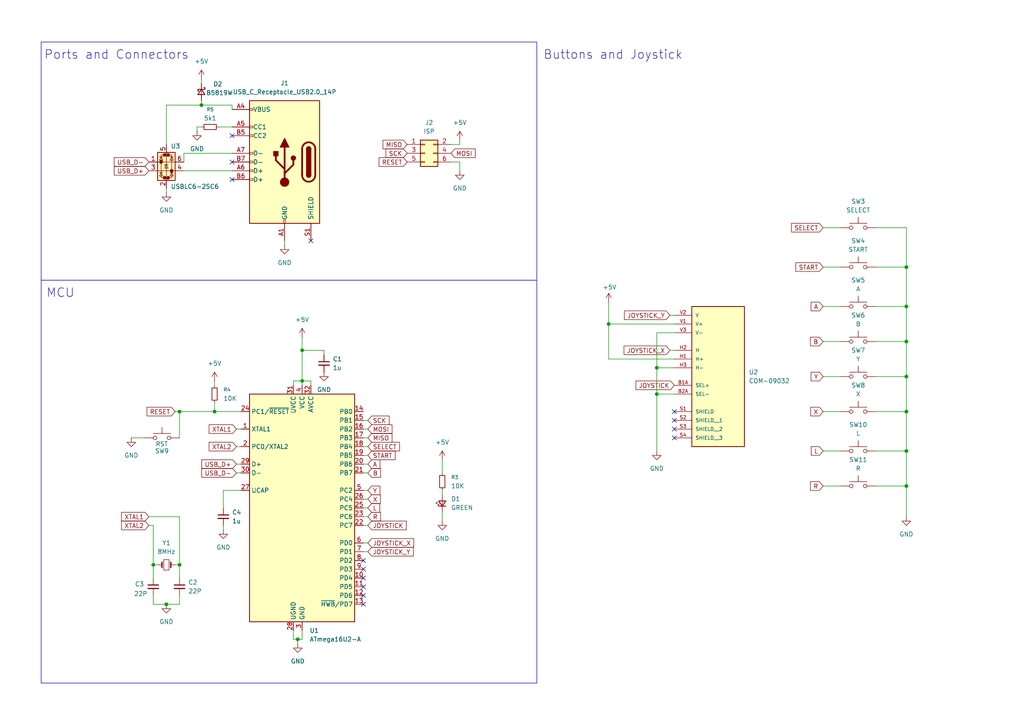
<source format=kicad_sch>
(kicad_sch
	(version 20250114)
	(generator "eeschema")
	(generator_version "9.0")
	(uuid "86a8bce6-7248-4400-a74d-b209908b5e69")
	(paper "A4")
	(lib_symbols
		(symbol "COM-09032:COM-09032"
			(pin_names
				(offset 1.016)
			)
			(exclude_from_sim no)
			(in_bom yes)
			(on_board yes)
			(property "Reference" "U"
				(at -7.62 16.002 0)
				(effects
					(font
						(size 1.27 1.27)
					)
					(justify left bottom)
				)
			)
			(property "Value" "COM-09032"
				(at -7.62 -27.94 0)
				(effects
					(font
						(size 1.27 1.27)
					)
					(justify left bottom)
				)
			)
			(property "Footprint" "COM-09032:XDCR_COM-09032"
				(at 0 0 0)
				(effects
					(font
						(size 1.27 1.27)
					)
					(justify bottom)
					(hide yes)
				)
			)
			(property "Datasheet" ""
				(at 0 0 0)
				(effects
					(font
						(size 1.27 1.27)
					)
					(hide yes)
				)
			)
			(property "Description" ""
				(at 0 0 0)
				(effects
					(font
						(size 1.27 1.27)
					)
					(hide yes)
				)
			)
			(property "PARTREV" "N/A"
				(at 0 0 0)
				(effects
					(font
						(size 1.27 1.27)
					)
					(justify bottom)
					(hide yes)
				)
			)
			(property "STANDARD" "Manufacturer Recommendations"
				(at 0 0 0)
				(effects
					(font
						(size 1.27 1.27)
					)
					(justify bottom)
					(hide yes)
				)
			)
			(property "MAXIMUM_PACKAGE_HEIGHT" "30.1mm"
				(at 0 0 0)
				(effects
					(font
						(size 1.27 1.27)
					)
					(justify bottom)
					(hide yes)
				)
			)
			(property "MANUFACTURER" "SparkFun Electronics"
				(at 0 0 0)
				(effects
					(font
						(size 1.27 1.27)
					)
					(justify bottom)
					(hide yes)
				)
			)
			(symbol "COM-09032_0_0"
				(rectangle
					(start -7.62 -25.4)
					(end 7.62 15.24)
					(stroke
						(width 0.254)
						(type default)
					)
					(fill
						(type background)
					)
				)
				(pin passive line
					(at -12.7 12.7 0)
					(length 5.08)
					(name "V"
						(effects
							(font
								(size 1.016 1.016)
							)
						)
					)
					(number "V2"
						(effects
							(font
								(size 1.016 1.016)
							)
						)
					)
				)
				(pin passive line
					(at -12.7 10.16 0)
					(length 5.08)
					(name "V+"
						(effects
							(font
								(size 1.016 1.016)
							)
						)
					)
					(number "V1"
						(effects
							(font
								(size 1.016 1.016)
							)
						)
					)
				)
				(pin passive line
					(at -12.7 7.62 0)
					(length 5.08)
					(name "V-"
						(effects
							(font
								(size 1.016 1.016)
							)
						)
					)
					(number "V3"
						(effects
							(font
								(size 1.016 1.016)
							)
						)
					)
				)
				(pin passive line
					(at -12.7 2.54 0)
					(length 5.08)
					(name "H"
						(effects
							(font
								(size 1.016 1.016)
							)
						)
					)
					(number "H2"
						(effects
							(font
								(size 1.016 1.016)
							)
						)
					)
				)
				(pin passive line
					(at -12.7 0 0)
					(length 5.08)
					(name "H+"
						(effects
							(font
								(size 1.016 1.016)
							)
						)
					)
					(number "H1"
						(effects
							(font
								(size 1.016 1.016)
							)
						)
					)
				)
				(pin passive line
					(at -12.7 -2.54 0)
					(length 5.08)
					(name "H-"
						(effects
							(font
								(size 1.016 1.016)
							)
						)
					)
					(number "H3"
						(effects
							(font
								(size 1.016 1.016)
							)
						)
					)
				)
				(pin passive line
					(at -12.7 -7.62 0)
					(length 5.08)
					(name "SEL+"
						(effects
							(font
								(size 1.016 1.016)
							)
						)
					)
					(number "B1A"
						(effects
							(font
								(size 1.016 1.016)
							)
						)
					)
				)
				(pin passive line
					(at -12.7 -10.16 0)
					(length 5.08)
					(name "SEL-"
						(effects
							(font
								(size 1.016 1.016)
							)
						)
					)
					(number "B2A"
						(effects
							(font
								(size 1.016 1.016)
							)
						)
					)
				)
				(pin passive line
					(at -12.7 -15.24 0)
					(length 5.08)
					(name "SHIELD"
						(effects
							(font
								(size 1.016 1.016)
							)
						)
					)
					(number "S1"
						(effects
							(font
								(size 1.016 1.016)
							)
						)
					)
				)
				(pin passive line
					(at -12.7 -17.78 0)
					(length 5.08)
					(name "SHIELD__1"
						(effects
							(font
								(size 1.016 1.016)
							)
						)
					)
					(number "S2"
						(effects
							(font
								(size 1.016 1.016)
							)
						)
					)
				)
				(pin passive line
					(at -12.7 -20.32 0)
					(length 5.08)
					(name "SHIELD__2"
						(effects
							(font
								(size 1.016 1.016)
							)
						)
					)
					(number "S3"
						(effects
							(font
								(size 1.016 1.016)
							)
						)
					)
				)
				(pin passive line
					(at -12.7 -22.86 0)
					(length 5.08)
					(name "SHIELD__3"
						(effects
							(font
								(size 1.016 1.016)
							)
						)
					)
					(number "S4"
						(effects
							(font
								(size 1.016 1.016)
							)
						)
					)
				)
			)
			(embedded_fonts no)
		)
		(symbol "Connector:USB_C_Receptacle_USB2.0_14P"
			(pin_names
				(offset 1.016)
			)
			(exclude_from_sim no)
			(in_bom yes)
			(on_board yes)
			(property "Reference" "J"
				(at 0 22.225 0)
				(effects
					(font
						(size 1.27 1.27)
					)
				)
			)
			(property "Value" "USB_C_Receptacle_USB2.0_14P"
				(at 0 19.685 0)
				(effects
					(font
						(size 1.27 1.27)
					)
				)
			)
			(property "Footprint" ""
				(at 3.81 0 0)
				(effects
					(font
						(size 1.27 1.27)
					)
					(hide yes)
				)
			)
			(property "Datasheet" "https://www.usb.org/sites/default/files/documents/usb_type-c.zip"
				(at 3.81 0 0)
				(effects
					(font
						(size 1.27 1.27)
					)
					(hide yes)
				)
			)
			(property "Description" "USB 2.0-only 14P Type-C Receptacle connector"
				(at 0 0 0)
				(effects
					(font
						(size 1.27 1.27)
					)
					(hide yes)
				)
			)
			(property "ki_keywords" "usb universal serial bus type-C USB2.0"
				(at 0 0 0)
				(effects
					(font
						(size 1.27 1.27)
					)
					(hide yes)
				)
			)
			(property "ki_fp_filters" "USB*C*Receptacle*"
				(at 0 0 0)
				(effects
					(font
						(size 1.27 1.27)
					)
					(hide yes)
				)
			)
			(symbol "USB_C_Receptacle_USB2.0_14P_0_0"
				(rectangle
					(start -0.254 -17.78)
					(end 0.254 -16.764)
					(stroke
						(width 0)
						(type default)
					)
					(fill
						(type none)
					)
				)
				(rectangle
					(start 10.16 15.494)
					(end 9.144 14.986)
					(stroke
						(width 0)
						(type default)
					)
					(fill
						(type none)
					)
				)
				(rectangle
					(start 10.16 10.414)
					(end 9.144 9.906)
					(stroke
						(width 0)
						(type default)
					)
					(fill
						(type none)
					)
				)
				(rectangle
					(start 10.16 7.874)
					(end 9.144 7.366)
					(stroke
						(width 0)
						(type default)
					)
					(fill
						(type none)
					)
				)
				(rectangle
					(start 10.16 2.794)
					(end 9.144 2.286)
					(stroke
						(width 0)
						(type default)
					)
					(fill
						(type none)
					)
				)
				(rectangle
					(start 10.16 0.254)
					(end 9.144 -0.254)
					(stroke
						(width 0)
						(type default)
					)
					(fill
						(type none)
					)
				)
				(rectangle
					(start 10.16 -2.286)
					(end 9.144 -2.794)
					(stroke
						(width 0)
						(type default)
					)
					(fill
						(type none)
					)
				)
				(rectangle
					(start 10.16 -4.826)
					(end 9.144 -5.334)
					(stroke
						(width 0)
						(type default)
					)
					(fill
						(type none)
					)
				)
			)
			(symbol "USB_C_Receptacle_USB2.0_14P_0_1"
				(rectangle
					(start -10.16 17.78)
					(end 10.16 -17.78)
					(stroke
						(width 0.254)
						(type default)
					)
					(fill
						(type background)
					)
				)
				(polyline
					(pts
						(xy -8.89 -3.81) (xy -8.89 3.81)
					)
					(stroke
						(width 0.508)
						(type default)
					)
					(fill
						(type none)
					)
				)
				(rectangle
					(start -7.62 -3.81)
					(end -6.35 3.81)
					(stroke
						(width 0.254)
						(type default)
					)
					(fill
						(type outline)
					)
				)
				(arc
					(start -7.62 3.81)
					(mid -6.985 4.4423)
					(end -6.35 3.81)
					(stroke
						(width 0.254)
						(type default)
					)
					(fill
						(type none)
					)
				)
				(arc
					(start -7.62 3.81)
					(mid -6.985 4.4423)
					(end -6.35 3.81)
					(stroke
						(width 0.254)
						(type default)
					)
					(fill
						(type outline)
					)
				)
				(arc
					(start -8.89 3.81)
					(mid -6.985 5.7067)
					(end -5.08 3.81)
					(stroke
						(width 0.508)
						(type default)
					)
					(fill
						(type none)
					)
				)
				(arc
					(start -5.08 -3.81)
					(mid -6.985 -5.7067)
					(end -8.89 -3.81)
					(stroke
						(width 0.508)
						(type default)
					)
					(fill
						(type none)
					)
				)
				(arc
					(start -6.35 -3.81)
					(mid -6.985 -4.4423)
					(end -7.62 -3.81)
					(stroke
						(width 0.254)
						(type default)
					)
					(fill
						(type none)
					)
				)
				(arc
					(start -6.35 -3.81)
					(mid -6.985 -4.4423)
					(end -7.62 -3.81)
					(stroke
						(width 0.254)
						(type default)
					)
					(fill
						(type outline)
					)
				)
				(polyline
					(pts
						(xy -5.08 3.81) (xy -5.08 -3.81)
					)
					(stroke
						(width 0.508)
						(type default)
					)
					(fill
						(type none)
					)
				)
				(circle
					(center -2.54 1.143)
					(radius 0.635)
					(stroke
						(width 0.254)
						(type default)
					)
					(fill
						(type outline)
					)
				)
				(polyline
					(pts
						(xy -1.27 4.318) (xy 0 6.858) (xy 1.27 4.318) (xy -1.27 4.318)
					)
					(stroke
						(width 0.254)
						(type default)
					)
					(fill
						(type outline)
					)
				)
				(polyline
					(pts
						(xy 0 -2.032) (xy 2.54 0.508) (xy 2.54 1.778)
					)
					(stroke
						(width 0.508)
						(type default)
					)
					(fill
						(type none)
					)
				)
				(polyline
					(pts
						(xy 0 -3.302) (xy -2.54 -0.762) (xy -2.54 0.508)
					)
					(stroke
						(width 0.508)
						(type default)
					)
					(fill
						(type none)
					)
				)
				(polyline
					(pts
						(xy 0 -5.842) (xy 0 4.318)
					)
					(stroke
						(width 0.508)
						(type default)
					)
					(fill
						(type none)
					)
				)
				(circle
					(center 0 -5.842)
					(radius 1.27)
					(stroke
						(width 0)
						(type default)
					)
					(fill
						(type outline)
					)
				)
				(rectangle
					(start 1.905 1.778)
					(end 3.175 3.048)
					(stroke
						(width 0.254)
						(type default)
					)
					(fill
						(type outline)
					)
				)
			)
			(symbol "USB_C_Receptacle_USB2.0_14P_1_1"
				(pin passive line
					(at -7.62 -22.86 90)
					(length 5.08)
					(name "SHIELD"
						(effects
							(font
								(size 1.27 1.27)
							)
						)
					)
					(number "S1"
						(effects
							(font
								(size 1.27 1.27)
							)
						)
					)
				)
				(pin passive line
					(at 0 -22.86 90)
					(length 5.08)
					(name "GND"
						(effects
							(font
								(size 1.27 1.27)
							)
						)
					)
					(number "A1"
						(effects
							(font
								(size 1.27 1.27)
							)
						)
					)
				)
				(pin passive line
					(at 0 -22.86 90)
					(length 5.08)
					(hide yes)
					(name "GND"
						(effects
							(font
								(size 1.27 1.27)
							)
						)
					)
					(number "A12"
						(effects
							(font
								(size 1.27 1.27)
							)
						)
					)
				)
				(pin passive line
					(at 0 -22.86 90)
					(length 5.08)
					(hide yes)
					(name "GND"
						(effects
							(font
								(size 1.27 1.27)
							)
						)
					)
					(number "B1"
						(effects
							(font
								(size 1.27 1.27)
							)
						)
					)
				)
				(pin passive line
					(at 0 -22.86 90)
					(length 5.08)
					(hide yes)
					(name "GND"
						(effects
							(font
								(size 1.27 1.27)
							)
						)
					)
					(number "B12"
						(effects
							(font
								(size 1.27 1.27)
							)
						)
					)
				)
				(pin passive line
					(at 15.24 15.24 180)
					(length 5.08)
					(name "VBUS"
						(effects
							(font
								(size 1.27 1.27)
							)
						)
					)
					(number "A4"
						(effects
							(font
								(size 1.27 1.27)
							)
						)
					)
				)
				(pin passive line
					(at 15.24 15.24 180)
					(length 5.08)
					(hide yes)
					(name "VBUS"
						(effects
							(font
								(size 1.27 1.27)
							)
						)
					)
					(number "A9"
						(effects
							(font
								(size 1.27 1.27)
							)
						)
					)
				)
				(pin passive line
					(at 15.24 15.24 180)
					(length 5.08)
					(hide yes)
					(name "VBUS"
						(effects
							(font
								(size 1.27 1.27)
							)
						)
					)
					(number "B4"
						(effects
							(font
								(size 1.27 1.27)
							)
						)
					)
				)
				(pin passive line
					(at 15.24 15.24 180)
					(length 5.08)
					(hide yes)
					(name "VBUS"
						(effects
							(font
								(size 1.27 1.27)
							)
						)
					)
					(number "B9"
						(effects
							(font
								(size 1.27 1.27)
							)
						)
					)
				)
				(pin bidirectional line
					(at 15.24 10.16 180)
					(length 5.08)
					(name "CC1"
						(effects
							(font
								(size 1.27 1.27)
							)
						)
					)
					(number "A5"
						(effects
							(font
								(size 1.27 1.27)
							)
						)
					)
				)
				(pin bidirectional line
					(at 15.24 7.62 180)
					(length 5.08)
					(name "CC2"
						(effects
							(font
								(size 1.27 1.27)
							)
						)
					)
					(number "B5"
						(effects
							(font
								(size 1.27 1.27)
							)
						)
					)
				)
				(pin bidirectional line
					(at 15.24 2.54 180)
					(length 5.08)
					(name "D-"
						(effects
							(font
								(size 1.27 1.27)
							)
						)
					)
					(number "A7"
						(effects
							(font
								(size 1.27 1.27)
							)
						)
					)
				)
				(pin bidirectional line
					(at 15.24 0 180)
					(length 5.08)
					(name "D-"
						(effects
							(font
								(size 1.27 1.27)
							)
						)
					)
					(number "B7"
						(effects
							(font
								(size 1.27 1.27)
							)
						)
					)
				)
				(pin bidirectional line
					(at 15.24 -2.54 180)
					(length 5.08)
					(name "D+"
						(effects
							(font
								(size 1.27 1.27)
							)
						)
					)
					(number "A6"
						(effects
							(font
								(size 1.27 1.27)
							)
						)
					)
				)
				(pin bidirectional line
					(at 15.24 -5.08 180)
					(length 5.08)
					(name "D+"
						(effects
							(font
								(size 1.27 1.27)
							)
						)
					)
					(number "B6"
						(effects
							(font
								(size 1.27 1.27)
							)
						)
					)
				)
			)
			(embedded_fonts no)
		)
		(symbol "Connector_Generic:Conn_02x03_Odd_Even"
			(pin_names
				(offset 1.016)
				(hide yes)
			)
			(exclude_from_sim no)
			(in_bom yes)
			(on_board yes)
			(property "Reference" "J"
				(at 1.27 5.08 0)
				(effects
					(font
						(size 1.27 1.27)
					)
				)
			)
			(property "Value" "Conn_02x03_Odd_Even"
				(at 1.27 -5.08 0)
				(effects
					(font
						(size 1.27 1.27)
					)
				)
			)
			(property "Footprint" ""
				(at 0 0 0)
				(effects
					(font
						(size 1.27 1.27)
					)
					(hide yes)
				)
			)
			(property "Datasheet" "~"
				(at 0 0 0)
				(effects
					(font
						(size 1.27 1.27)
					)
					(hide yes)
				)
			)
			(property "Description" "Generic connector, double row, 02x03, odd/even pin numbering scheme (row 1 odd numbers, row 2 even numbers), script generated (kicad-library-utils/schlib/autogen/connector/)"
				(at 0 0 0)
				(effects
					(font
						(size 1.27 1.27)
					)
					(hide yes)
				)
			)
			(property "ki_keywords" "connector"
				(at 0 0 0)
				(effects
					(font
						(size 1.27 1.27)
					)
					(hide yes)
				)
			)
			(property "ki_fp_filters" "Connector*:*_2x??_*"
				(at 0 0 0)
				(effects
					(font
						(size 1.27 1.27)
					)
					(hide yes)
				)
			)
			(symbol "Conn_02x03_Odd_Even_1_1"
				(rectangle
					(start -1.27 3.81)
					(end 3.81 -3.81)
					(stroke
						(width 0.254)
						(type default)
					)
					(fill
						(type background)
					)
				)
				(rectangle
					(start -1.27 2.667)
					(end 0 2.413)
					(stroke
						(width 0.1524)
						(type default)
					)
					(fill
						(type none)
					)
				)
				(rectangle
					(start -1.27 0.127)
					(end 0 -0.127)
					(stroke
						(width 0.1524)
						(type default)
					)
					(fill
						(type none)
					)
				)
				(rectangle
					(start -1.27 -2.413)
					(end 0 -2.667)
					(stroke
						(width 0.1524)
						(type default)
					)
					(fill
						(type none)
					)
				)
				(rectangle
					(start 3.81 2.667)
					(end 2.54 2.413)
					(stroke
						(width 0.1524)
						(type default)
					)
					(fill
						(type none)
					)
				)
				(rectangle
					(start 3.81 0.127)
					(end 2.54 -0.127)
					(stroke
						(width 0.1524)
						(type default)
					)
					(fill
						(type none)
					)
				)
				(rectangle
					(start 3.81 -2.413)
					(end 2.54 -2.667)
					(stroke
						(width 0.1524)
						(type default)
					)
					(fill
						(type none)
					)
				)
				(pin passive line
					(at -5.08 2.54 0)
					(length 3.81)
					(name "Pin_1"
						(effects
							(font
								(size 1.27 1.27)
							)
						)
					)
					(number "1"
						(effects
							(font
								(size 1.27 1.27)
							)
						)
					)
				)
				(pin passive line
					(at -5.08 0 0)
					(length 3.81)
					(name "Pin_3"
						(effects
							(font
								(size 1.27 1.27)
							)
						)
					)
					(number "3"
						(effects
							(font
								(size 1.27 1.27)
							)
						)
					)
				)
				(pin passive line
					(at -5.08 -2.54 0)
					(length 3.81)
					(name "Pin_5"
						(effects
							(font
								(size 1.27 1.27)
							)
						)
					)
					(number "5"
						(effects
							(font
								(size 1.27 1.27)
							)
						)
					)
				)
				(pin passive line
					(at 7.62 2.54 180)
					(length 3.81)
					(name "Pin_2"
						(effects
							(font
								(size 1.27 1.27)
							)
						)
					)
					(number "2"
						(effects
							(font
								(size 1.27 1.27)
							)
						)
					)
				)
				(pin passive line
					(at 7.62 0 180)
					(length 3.81)
					(name "Pin_4"
						(effects
							(font
								(size 1.27 1.27)
							)
						)
					)
					(number "4"
						(effects
							(font
								(size 1.27 1.27)
							)
						)
					)
				)
				(pin passive line
					(at 7.62 -2.54 180)
					(length 3.81)
					(name "Pin_6"
						(effects
							(font
								(size 1.27 1.27)
							)
						)
					)
					(number "6"
						(effects
							(font
								(size 1.27 1.27)
							)
						)
					)
				)
			)
			(embedded_fonts no)
		)
		(symbol "Device:C_Small"
			(pin_numbers
				(hide yes)
			)
			(pin_names
				(offset 0.254)
				(hide yes)
			)
			(exclude_from_sim no)
			(in_bom yes)
			(on_board yes)
			(property "Reference" "C"
				(at 0.254 1.778 0)
				(effects
					(font
						(size 1.27 1.27)
					)
					(justify left)
				)
			)
			(property "Value" "C_Small"
				(at 0.254 -2.032 0)
				(effects
					(font
						(size 1.27 1.27)
					)
					(justify left)
				)
			)
			(property "Footprint" ""
				(at 0 0 0)
				(effects
					(font
						(size 1.27 1.27)
					)
					(hide yes)
				)
			)
			(property "Datasheet" "~"
				(at 0 0 0)
				(effects
					(font
						(size 1.27 1.27)
					)
					(hide yes)
				)
			)
			(property "Description" "Unpolarized capacitor, small symbol"
				(at 0 0 0)
				(effects
					(font
						(size 1.27 1.27)
					)
					(hide yes)
				)
			)
			(property "ki_keywords" "capacitor cap"
				(at 0 0 0)
				(effects
					(font
						(size 1.27 1.27)
					)
					(hide yes)
				)
			)
			(property "ki_fp_filters" "C_*"
				(at 0 0 0)
				(effects
					(font
						(size 1.27 1.27)
					)
					(hide yes)
				)
			)
			(symbol "C_Small_0_1"
				(polyline
					(pts
						(xy -1.524 0.508) (xy 1.524 0.508)
					)
					(stroke
						(width 0.3048)
						(type default)
					)
					(fill
						(type none)
					)
				)
				(polyline
					(pts
						(xy -1.524 -0.508) (xy 1.524 -0.508)
					)
					(stroke
						(width 0.3302)
						(type default)
					)
					(fill
						(type none)
					)
				)
			)
			(symbol "C_Small_1_1"
				(pin passive line
					(at 0 2.54 270)
					(length 2.032)
					(name "~"
						(effects
							(font
								(size 1.27 1.27)
							)
						)
					)
					(number "1"
						(effects
							(font
								(size 1.27 1.27)
							)
						)
					)
				)
				(pin passive line
					(at 0 -2.54 90)
					(length 2.032)
					(name "~"
						(effects
							(font
								(size 1.27 1.27)
							)
						)
					)
					(number "2"
						(effects
							(font
								(size 1.27 1.27)
							)
						)
					)
				)
			)
			(embedded_fonts no)
		)
		(symbol "Device:Crystal_Small"
			(pin_numbers
				(hide yes)
			)
			(pin_names
				(offset 1.016)
				(hide yes)
			)
			(exclude_from_sim no)
			(in_bom yes)
			(on_board yes)
			(property "Reference" "Y"
				(at 0 2.54 0)
				(effects
					(font
						(size 1.27 1.27)
					)
				)
			)
			(property "Value" "Crystal_Small"
				(at 0 -2.54 0)
				(effects
					(font
						(size 1.27 1.27)
					)
				)
			)
			(property "Footprint" ""
				(at 0 0 0)
				(effects
					(font
						(size 1.27 1.27)
					)
					(hide yes)
				)
			)
			(property "Datasheet" "~"
				(at 0 0 0)
				(effects
					(font
						(size 1.27 1.27)
					)
					(hide yes)
				)
			)
			(property "Description" "Two pin crystal, small symbol"
				(at 0 0 0)
				(effects
					(font
						(size 1.27 1.27)
					)
					(hide yes)
				)
			)
			(property "ki_keywords" "quartz ceramic resonator oscillator"
				(at 0 0 0)
				(effects
					(font
						(size 1.27 1.27)
					)
					(hide yes)
				)
			)
			(property "ki_fp_filters" "Crystal*"
				(at 0 0 0)
				(effects
					(font
						(size 1.27 1.27)
					)
					(hide yes)
				)
			)
			(symbol "Crystal_Small_0_1"
				(polyline
					(pts
						(xy -1.27 -0.762) (xy -1.27 0.762)
					)
					(stroke
						(width 0.381)
						(type default)
					)
					(fill
						(type none)
					)
				)
				(rectangle
					(start -0.762 -1.524)
					(end 0.762 1.524)
					(stroke
						(width 0)
						(type default)
					)
					(fill
						(type none)
					)
				)
				(polyline
					(pts
						(xy 1.27 -0.762) (xy 1.27 0.762)
					)
					(stroke
						(width 0.381)
						(type default)
					)
					(fill
						(type none)
					)
				)
			)
			(symbol "Crystal_Small_1_1"
				(pin passive line
					(at -2.54 0 0)
					(length 1.27)
					(name "1"
						(effects
							(font
								(size 1.27 1.27)
							)
						)
					)
					(number "1"
						(effects
							(font
								(size 1.27 1.27)
							)
						)
					)
				)
				(pin passive line
					(at 2.54 0 180)
					(length 1.27)
					(name "2"
						(effects
							(font
								(size 1.27 1.27)
							)
						)
					)
					(number "2"
						(effects
							(font
								(size 1.27 1.27)
							)
						)
					)
				)
			)
			(embedded_fonts no)
		)
		(symbol "Device:D_Schottky_Small"
			(pin_numbers
				(hide yes)
			)
			(pin_names
				(offset 0.254)
				(hide yes)
			)
			(exclude_from_sim no)
			(in_bom yes)
			(on_board yes)
			(property "Reference" "D"
				(at -1.27 2.032 0)
				(effects
					(font
						(size 1.27 1.27)
					)
					(justify left)
				)
			)
			(property "Value" "D_Schottky_Small"
				(at -7.112 -2.032 0)
				(effects
					(font
						(size 1.27 1.27)
					)
					(justify left)
				)
			)
			(property "Footprint" ""
				(at 0 0 90)
				(effects
					(font
						(size 1.27 1.27)
					)
					(hide yes)
				)
			)
			(property "Datasheet" "~"
				(at 0 0 90)
				(effects
					(font
						(size 1.27 1.27)
					)
					(hide yes)
				)
			)
			(property "Description" "Schottky diode, small symbol"
				(at 0 0 0)
				(effects
					(font
						(size 1.27 1.27)
					)
					(hide yes)
				)
			)
			(property "ki_keywords" "diode Schottky"
				(at 0 0 0)
				(effects
					(font
						(size 1.27 1.27)
					)
					(hide yes)
				)
			)
			(property "ki_fp_filters" "TO-???* *_Diode_* *SingleDiode* D_*"
				(at 0 0 0)
				(effects
					(font
						(size 1.27 1.27)
					)
					(hide yes)
				)
			)
			(symbol "D_Schottky_Small_0_1"
				(polyline
					(pts
						(xy -1.27 0.762) (xy -1.27 1.016) (xy -0.762 1.016) (xy -0.762 -1.016) (xy -0.254 -1.016) (xy -0.254 -0.762)
					)
					(stroke
						(width 0.254)
						(type default)
					)
					(fill
						(type none)
					)
				)
				(polyline
					(pts
						(xy -0.762 0) (xy 0.762 0)
					)
					(stroke
						(width 0)
						(type default)
					)
					(fill
						(type none)
					)
				)
				(polyline
					(pts
						(xy 0.762 -1.016) (xy -0.762 0) (xy 0.762 1.016) (xy 0.762 -1.016)
					)
					(stroke
						(width 0.254)
						(type default)
					)
					(fill
						(type none)
					)
				)
			)
			(symbol "D_Schottky_Small_1_1"
				(pin passive line
					(at -2.54 0 0)
					(length 1.778)
					(name "K"
						(effects
							(font
								(size 1.27 1.27)
							)
						)
					)
					(number "1"
						(effects
							(font
								(size 1.27 1.27)
							)
						)
					)
				)
				(pin passive line
					(at 2.54 0 180)
					(length 1.778)
					(name "A"
						(effects
							(font
								(size 1.27 1.27)
							)
						)
					)
					(number "2"
						(effects
							(font
								(size 1.27 1.27)
							)
						)
					)
				)
			)
			(embedded_fonts no)
		)
		(symbol "Device:LED_Small"
			(pin_numbers
				(hide yes)
			)
			(pin_names
				(offset 0.254)
				(hide yes)
			)
			(exclude_from_sim no)
			(in_bom yes)
			(on_board yes)
			(property "Reference" "D"
				(at -1.27 3.175 0)
				(effects
					(font
						(size 1.27 1.27)
					)
					(justify left)
				)
			)
			(property "Value" "LED_Small"
				(at -4.445 -2.54 0)
				(effects
					(font
						(size 1.27 1.27)
					)
					(justify left)
				)
			)
			(property "Footprint" ""
				(at 0 0 90)
				(effects
					(font
						(size 1.27 1.27)
					)
					(hide yes)
				)
			)
			(property "Datasheet" "~"
				(at 0 0 90)
				(effects
					(font
						(size 1.27 1.27)
					)
					(hide yes)
				)
			)
			(property "Description" "Light emitting diode, small symbol"
				(at 0 0 0)
				(effects
					(font
						(size 1.27 1.27)
					)
					(hide yes)
				)
			)
			(property "Sim.Pin" "1=K 2=A"
				(at 0 0 0)
				(effects
					(font
						(size 1.27 1.27)
					)
					(hide yes)
				)
			)
			(property "ki_keywords" "LED diode light-emitting-diode"
				(at 0 0 0)
				(effects
					(font
						(size 1.27 1.27)
					)
					(hide yes)
				)
			)
			(property "ki_fp_filters" "LED* LED_SMD:* LED_THT:*"
				(at 0 0 0)
				(effects
					(font
						(size 1.27 1.27)
					)
					(hide yes)
				)
			)
			(symbol "LED_Small_0_1"
				(polyline
					(pts
						(xy -0.762 -1.016) (xy -0.762 1.016)
					)
					(stroke
						(width 0.254)
						(type default)
					)
					(fill
						(type none)
					)
				)
				(polyline
					(pts
						(xy 0 0.762) (xy -0.508 1.27) (xy -0.254 1.27) (xy -0.508 1.27) (xy -0.508 1.016)
					)
					(stroke
						(width 0)
						(type default)
					)
					(fill
						(type none)
					)
				)
				(polyline
					(pts
						(xy 0.508 1.27) (xy 0 1.778) (xy 0.254 1.778) (xy 0 1.778) (xy 0 1.524)
					)
					(stroke
						(width 0)
						(type default)
					)
					(fill
						(type none)
					)
				)
				(polyline
					(pts
						(xy 0.762 -1.016) (xy -0.762 0) (xy 0.762 1.016) (xy 0.762 -1.016)
					)
					(stroke
						(width 0.254)
						(type default)
					)
					(fill
						(type none)
					)
				)
				(polyline
					(pts
						(xy 1.016 0) (xy -0.762 0)
					)
					(stroke
						(width 0)
						(type default)
					)
					(fill
						(type none)
					)
				)
			)
			(symbol "LED_Small_1_1"
				(pin passive line
					(at -2.54 0 0)
					(length 1.778)
					(name "K"
						(effects
							(font
								(size 1.27 1.27)
							)
						)
					)
					(number "1"
						(effects
							(font
								(size 1.27 1.27)
							)
						)
					)
				)
				(pin passive line
					(at 2.54 0 180)
					(length 1.778)
					(name "A"
						(effects
							(font
								(size 1.27 1.27)
							)
						)
					)
					(number "2"
						(effects
							(font
								(size 1.27 1.27)
							)
						)
					)
				)
			)
			(embedded_fonts no)
		)
		(symbol "Device:R_Small"
			(pin_numbers
				(hide yes)
			)
			(pin_names
				(offset 0.254)
				(hide yes)
			)
			(exclude_from_sim no)
			(in_bom yes)
			(on_board yes)
			(property "Reference" "R"
				(at 0 0 90)
				(effects
					(font
						(size 1.016 1.016)
					)
				)
			)
			(property "Value" "R_Small"
				(at 1.778 0 90)
				(effects
					(font
						(size 1.27 1.27)
					)
				)
			)
			(property "Footprint" ""
				(at 0 0 0)
				(effects
					(font
						(size 1.27 1.27)
					)
					(hide yes)
				)
			)
			(property "Datasheet" "~"
				(at 0 0 0)
				(effects
					(font
						(size 1.27 1.27)
					)
					(hide yes)
				)
			)
			(property "Description" "Resistor, small symbol"
				(at 0 0 0)
				(effects
					(font
						(size 1.27 1.27)
					)
					(hide yes)
				)
			)
			(property "ki_keywords" "R resistor"
				(at 0 0 0)
				(effects
					(font
						(size 1.27 1.27)
					)
					(hide yes)
				)
			)
			(property "ki_fp_filters" "R_*"
				(at 0 0 0)
				(effects
					(font
						(size 1.27 1.27)
					)
					(hide yes)
				)
			)
			(symbol "R_Small_0_1"
				(rectangle
					(start -0.762 1.778)
					(end 0.762 -1.778)
					(stroke
						(width 0.2032)
						(type default)
					)
					(fill
						(type none)
					)
				)
			)
			(symbol "R_Small_1_1"
				(pin passive line
					(at 0 2.54 270)
					(length 0.762)
					(name "~"
						(effects
							(font
								(size 1.27 1.27)
							)
						)
					)
					(number "1"
						(effects
							(font
								(size 1.27 1.27)
							)
						)
					)
				)
				(pin passive line
					(at 0 -2.54 90)
					(length 0.762)
					(name "~"
						(effects
							(font
								(size 1.27 1.27)
							)
						)
					)
					(number "2"
						(effects
							(font
								(size 1.27 1.27)
							)
						)
					)
				)
			)
			(embedded_fonts no)
		)
		(symbol "MCU_Microchip_ATmega:ATmega16U2-A"
			(exclude_from_sim no)
			(in_bom yes)
			(on_board yes)
			(property "Reference" "U"
				(at -15.24 34.29 0)
				(effects
					(font
						(size 1.27 1.27)
					)
					(justify left bottom)
				)
			)
			(property "Value" "ATmega16U2-A"
				(at 2.54 -34.29 0)
				(effects
					(font
						(size 1.27 1.27)
					)
					(justify left top)
				)
			)
			(property "Footprint" "Package_QFP:TQFP-32_7x7mm_P0.8mm"
				(at 0 0 0)
				(effects
					(font
						(size 1.27 1.27)
						(italic yes)
					)
					(hide yes)
				)
			)
			(property "Datasheet" "http://ww1.microchip.com/downloads/en/DeviceDoc/doc7799.pdf"
				(at 0 0 0)
				(effects
					(font
						(size 1.27 1.27)
					)
					(hide yes)
				)
			)
			(property "Description" "16MHz, 16kB Flash, 512B SRAM, 512B EEPROM, TQFP-32"
				(at 0 0 0)
				(effects
					(font
						(size 1.27 1.27)
					)
					(hide yes)
				)
			)
			(property "ki_keywords" "AVR 8bit Microcontroller MegaAVR"
				(at 0 0 0)
				(effects
					(font
						(size 1.27 1.27)
					)
					(hide yes)
				)
			)
			(property "ki_fp_filters" "TQFP*7x7mm*P0.8mm*"
				(at 0 0 0)
				(effects
					(font
						(size 1.27 1.27)
					)
					(hide yes)
				)
			)
			(symbol "ATmega16U2-A_0_1"
				(rectangle
					(start -15.24 -33.02)
					(end 15.24 33.02)
					(stroke
						(width 0.254)
						(type default)
					)
					(fill
						(type background)
					)
				)
			)
			(symbol "ATmega16U2-A_1_1"
				(pin bidirectional line
					(at -17.78 27.94 0)
					(length 2.54)
					(name "PC1/~{RESET}"
						(effects
							(font
								(size 1.27 1.27)
							)
						)
					)
					(number "24"
						(effects
							(font
								(size 1.27 1.27)
							)
						)
					)
				)
				(pin input line
					(at -17.78 22.86 0)
					(length 2.54)
					(name "XTAL1"
						(effects
							(font
								(size 1.27 1.27)
							)
						)
					)
					(number "1"
						(effects
							(font
								(size 1.27 1.27)
							)
						)
					)
				)
				(pin bidirectional line
					(at -17.78 17.78 0)
					(length 2.54)
					(name "PC0/XTAL2"
						(effects
							(font
								(size 1.27 1.27)
							)
						)
					)
					(number "2"
						(effects
							(font
								(size 1.27 1.27)
							)
						)
					)
				)
				(pin bidirectional line
					(at -17.78 12.7 0)
					(length 2.54)
					(name "D+"
						(effects
							(font
								(size 1.27 1.27)
							)
						)
					)
					(number "29"
						(effects
							(font
								(size 1.27 1.27)
							)
						)
					)
				)
				(pin bidirectional line
					(at -17.78 10.16 0)
					(length 2.54)
					(name "D-"
						(effects
							(font
								(size 1.27 1.27)
							)
						)
					)
					(number "30"
						(effects
							(font
								(size 1.27 1.27)
							)
						)
					)
				)
				(pin passive line
					(at -17.78 5.08 0)
					(length 2.54)
					(name "UCAP"
						(effects
							(font
								(size 1.27 1.27)
							)
						)
					)
					(number "27"
						(effects
							(font
								(size 1.27 1.27)
							)
						)
					)
				)
				(pin power_in line
					(at -2.54 35.56 270)
					(length 2.54)
					(name "UVCC"
						(effects
							(font
								(size 1.27 1.27)
							)
						)
					)
					(number "31"
						(effects
							(font
								(size 1.27 1.27)
							)
						)
					)
				)
				(pin power_in line
					(at -2.54 -35.56 90)
					(length 2.54)
					(name "UGND"
						(effects
							(font
								(size 1.27 1.27)
							)
						)
					)
					(number "28"
						(effects
							(font
								(size 1.27 1.27)
							)
						)
					)
				)
				(pin power_in line
					(at 0 35.56 270)
					(length 2.54)
					(name "VCC"
						(effects
							(font
								(size 1.27 1.27)
							)
						)
					)
					(number "4"
						(effects
							(font
								(size 1.27 1.27)
							)
						)
					)
				)
				(pin power_in line
					(at 0 -35.56 90)
					(length 2.54)
					(name "GND"
						(effects
							(font
								(size 1.27 1.27)
							)
						)
					)
					(number "3"
						(effects
							(font
								(size 1.27 1.27)
							)
						)
					)
				)
				(pin power_in line
					(at 2.54 35.56 270)
					(length 2.54)
					(name "AVCC"
						(effects
							(font
								(size 1.27 1.27)
							)
						)
					)
					(number "32"
						(effects
							(font
								(size 1.27 1.27)
							)
						)
					)
				)
				(pin bidirectional line
					(at 17.78 27.94 180)
					(length 2.54)
					(name "PB0"
						(effects
							(font
								(size 1.27 1.27)
							)
						)
					)
					(number "14"
						(effects
							(font
								(size 1.27 1.27)
							)
						)
					)
				)
				(pin bidirectional line
					(at 17.78 25.4 180)
					(length 2.54)
					(name "PB1"
						(effects
							(font
								(size 1.27 1.27)
							)
						)
					)
					(number "15"
						(effects
							(font
								(size 1.27 1.27)
							)
						)
					)
				)
				(pin bidirectional line
					(at 17.78 22.86 180)
					(length 2.54)
					(name "PB2"
						(effects
							(font
								(size 1.27 1.27)
							)
						)
					)
					(number "16"
						(effects
							(font
								(size 1.27 1.27)
							)
						)
					)
				)
				(pin bidirectional line
					(at 17.78 20.32 180)
					(length 2.54)
					(name "PB3"
						(effects
							(font
								(size 1.27 1.27)
							)
						)
					)
					(number "17"
						(effects
							(font
								(size 1.27 1.27)
							)
						)
					)
				)
				(pin bidirectional line
					(at 17.78 17.78 180)
					(length 2.54)
					(name "PB4"
						(effects
							(font
								(size 1.27 1.27)
							)
						)
					)
					(number "18"
						(effects
							(font
								(size 1.27 1.27)
							)
						)
					)
				)
				(pin bidirectional line
					(at 17.78 15.24 180)
					(length 2.54)
					(name "PB5"
						(effects
							(font
								(size 1.27 1.27)
							)
						)
					)
					(number "19"
						(effects
							(font
								(size 1.27 1.27)
							)
						)
					)
				)
				(pin bidirectional line
					(at 17.78 12.7 180)
					(length 2.54)
					(name "PB6"
						(effects
							(font
								(size 1.27 1.27)
							)
						)
					)
					(number "20"
						(effects
							(font
								(size 1.27 1.27)
							)
						)
					)
				)
				(pin bidirectional line
					(at 17.78 10.16 180)
					(length 2.54)
					(name "PB7"
						(effects
							(font
								(size 1.27 1.27)
							)
						)
					)
					(number "21"
						(effects
							(font
								(size 1.27 1.27)
							)
						)
					)
				)
				(pin bidirectional line
					(at 17.78 5.08 180)
					(length 2.54)
					(name "PC2"
						(effects
							(font
								(size 1.27 1.27)
							)
						)
					)
					(number "5"
						(effects
							(font
								(size 1.27 1.27)
							)
						)
					)
				)
				(pin bidirectional line
					(at 17.78 2.54 180)
					(length 2.54)
					(name "PC4"
						(effects
							(font
								(size 1.27 1.27)
							)
						)
					)
					(number "26"
						(effects
							(font
								(size 1.27 1.27)
							)
						)
					)
				)
				(pin bidirectional line
					(at 17.78 0 180)
					(length 2.54)
					(name "PC5"
						(effects
							(font
								(size 1.27 1.27)
							)
						)
					)
					(number "25"
						(effects
							(font
								(size 1.27 1.27)
							)
						)
					)
				)
				(pin bidirectional line
					(at 17.78 -2.54 180)
					(length 2.54)
					(name "PC6"
						(effects
							(font
								(size 1.27 1.27)
							)
						)
					)
					(number "23"
						(effects
							(font
								(size 1.27 1.27)
							)
						)
					)
				)
				(pin bidirectional line
					(at 17.78 -5.08 180)
					(length 2.54)
					(name "PC7"
						(effects
							(font
								(size 1.27 1.27)
							)
						)
					)
					(number "22"
						(effects
							(font
								(size 1.27 1.27)
							)
						)
					)
				)
				(pin bidirectional line
					(at 17.78 -10.16 180)
					(length 2.54)
					(name "PD0"
						(effects
							(font
								(size 1.27 1.27)
							)
						)
					)
					(number "6"
						(effects
							(font
								(size 1.27 1.27)
							)
						)
					)
				)
				(pin bidirectional line
					(at 17.78 -12.7 180)
					(length 2.54)
					(name "PD1"
						(effects
							(font
								(size 1.27 1.27)
							)
						)
					)
					(number "7"
						(effects
							(font
								(size 1.27 1.27)
							)
						)
					)
				)
				(pin bidirectional line
					(at 17.78 -15.24 180)
					(length 2.54)
					(name "PD2"
						(effects
							(font
								(size 1.27 1.27)
							)
						)
					)
					(number "8"
						(effects
							(font
								(size 1.27 1.27)
							)
						)
					)
				)
				(pin bidirectional line
					(at 17.78 -17.78 180)
					(length 2.54)
					(name "PD3"
						(effects
							(font
								(size 1.27 1.27)
							)
						)
					)
					(number "9"
						(effects
							(font
								(size 1.27 1.27)
							)
						)
					)
				)
				(pin bidirectional line
					(at 17.78 -20.32 180)
					(length 2.54)
					(name "PD4"
						(effects
							(font
								(size 1.27 1.27)
							)
						)
					)
					(number "10"
						(effects
							(font
								(size 1.27 1.27)
							)
						)
					)
				)
				(pin bidirectional line
					(at 17.78 -22.86 180)
					(length 2.54)
					(name "PD5"
						(effects
							(font
								(size 1.27 1.27)
							)
						)
					)
					(number "11"
						(effects
							(font
								(size 1.27 1.27)
							)
						)
					)
				)
				(pin bidirectional line
					(at 17.78 -25.4 180)
					(length 2.54)
					(name "PD6"
						(effects
							(font
								(size 1.27 1.27)
							)
						)
					)
					(number "12"
						(effects
							(font
								(size 1.27 1.27)
							)
						)
					)
				)
				(pin bidirectional line
					(at 17.78 -27.94 180)
					(length 2.54)
					(name "~{HWB}/PD7"
						(effects
							(font
								(size 1.27 1.27)
							)
						)
					)
					(number "13"
						(effects
							(font
								(size 1.27 1.27)
							)
						)
					)
				)
			)
			(embedded_fonts no)
		)
		(symbol "Power_Protection:USBLC6-2SC6"
			(pin_names
				(hide yes)
			)
			(exclude_from_sim no)
			(in_bom yes)
			(on_board yes)
			(property "Reference" "U"
				(at 0.635 5.715 0)
				(effects
					(font
						(size 1.27 1.27)
					)
					(justify left)
				)
			)
			(property "Value" "USBLC6-2SC6"
				(at 0.635 3.81 0)
				(effects
					(font
						(size 1.27 1.27)
					)
					(justify left)
				)
			)
			(property "Footprint" "Package_TO_SOT_SMD:SOT-23-6"
				(at 1.27 -6.35 0)
				(effects
					(font
						(size 1.27 1.27)
						(italic yes)
					)
					(justify left)
					(hide yes)
				)
			)
			(property "Datasheet" "https://www.st.com/resource/en/datasheet/usblc6-2.pdf"
				(at 1.27 -8.255 0)
				(effects
					(font
						(size 1.27 1.27)
					)
					(justify left)
					(hide yes)
				)
			)
			(property "Description" "Very low capacitance ESD protection diode, 2 data-line, SOT-23-6"
				(at 0 0 0)
				(effects
					(font
						(size 1.27 1.27)
					)
					(hide yes)
				)
			)
			(property "ki_keywords" "usb ethernet video"
				(at 0 0 0)
				(effects
					(font
						(size 1.27 1.27)
					)
					(hide yes)
				)
			)
			(property "ki_fp_filters" "SOT?23*"
				(at 0 0 0)
				(effects
					(font
						(size 1.27 1.27)
					)
					(hide yes)
				)
			)
			(symbol "USBLC6-2SC6_0_0"
				(circle
					(center -1.524 0)
					(radius 0.0001)
					(stroke
						(width 0.508)
						(type default)
					)
					(fill
						(type none)
					)
				)
				(circle
					(center -0.508 2.032)
					(radius 0.0001)
					(stroke
						(width 0.508)
						(type default)
					)
					(fill
						(type none)
					)
				)
				(circle
					(center -0.508 -4.572)
					(radius 0.0001)
					(stroke
						(width 0.508)
						(type default)
					)
					(fill
						(type none)
					)
				)
				(circle
					(center 0.508 2.032)
					(radius 0.0001)
					(stroke
						(width 0.508)
						(type default)
					)
					(fill
						(type none)
					)
				)
				(circle
					(center 0.508 -4.572)
					(radius 0.0001)
					(stroke
						(width 0.508)
						(type default)
					)
					(fill
						(type none)
					)
				)
				(circle
					(center 1.524 -2.54)
					(radius 0.0001)
					(stroke
						(width 0.508)
						(type default)
					)
					(fill
						(type none)
					)
				)
			)
			(symbol "USBLC6-2SC6_0_1"
				(polyline
					(pts
						(xy -2.54 0) (xy 2.54 0)
					)
					(stroke
						(width 0)
						(type default)
					)
					(fill
						(type none)
					)
				)
				(polyline
					(pts
						(xy -2.54 -2.54) (xy 2.54 -2.54)
					)
					(stroke
						(width 0)
						(type default)
					)
					(fill
						(type none)
					)
				)
				(polyline
					(pts
						(xy -2.032 0.508) (xy -1.016 0.508) (xy -1.524 1.524) (xy -2.032 0.508)
					)
					(stroke
						(width 0)
						(type default)
					)
					(fill
						(type none)
					)
				)
				(polyline
					(pts
						(xy -2.032 -3.048) (xy -1.016 -3.048)
					)
					(stroke
						(width 0)
						(type default)
					)
					(fill
						(type none)
					)
				)
				(polyline
					(pts
						(xy -1.016 1.524) (xy -2.032 1.524)
					)
					(stroke
						(width 0)
						(type default)
					)
					(fill
						(type none)
					)
				)
				(polyline
					(pts
						(xy -1.016 -4.064) (xy -2.032 -4.064) (xy -1.524 -3.048) (xy -1.016 -4.064)
					)
					(stroke
						(width 0)
						(type default)
					)
					(fill
						(type none)
					)
				)
				(polyline
					(pts
						(xy -0.508 -1.143) (xy -0.508 -0.762) (xy 0.508 -0.762)
					)
					(stroke
						(width 0)
						(type default)
					)
					(fill
						(type none)
					)
				)
				(polyline
					(pts
						(xy 0 2.54) (xy -0.508 2.032) (xy 0.508 2.032) (xy 0 1.524) (xy 0 -4.064) (xy -0.508 -4.572) (xy 0.508 -4.572)
						(xy 0 -5.08)
					)
					(stroke
						(width 0)
						(type default)
					)
					(fill
						(type none)
					)
				)
				(polyline
					(pts
						(xy 0.508 -1.778) (xy -0.508 -1.778) (xy 0 -0.762) (xy 0.508 -1.778)
					)
					(stroke
						(width 0)
						(type default)
					)
					(fill
						(type none)
					)
				)
				(polyline
					(pts
						(xy 1.016 1.524) (xy 2.032 1.524)
					)
					(stroke
						(width 0)
						(type default)
					)
					(fill
						(type none)
					)
				)
				(polyline
					(pts
						(xy 1.016 -3.048) (xy 2.032 -3.048)
					)
					(stroke
						(width 0)
						(type default)
					)
					(fill
						(type none)
					)
				)
				(polyline
					(pts
						(xy 2.032 0.508) (xy 1.016 0.508) (xy 1.524 1.524) (xy 2.032 0.508)
					)
					(stroke
						(width 0)
						(type default)
					)
					(fill
						(type none)
					)
				)
				(polyline
					(pts
						(xy 2.032 -4.064) (xy 1.016 -4.064) (xy 1.524 -3.048) (xy 2.032 -4.064)
					)
					(stroke
						(width 0)
						(type default)
					)
					(fill
						(type none)
					)
				)
			)
			(symbol "USBLC6-2SC6_1_1"
				(rectangle
					(start -2.54 2.794)
					(end 2.54 -5.334)
					(stroke
						(width 0.254)
						(type default)
					)
					(fill
						(type background)
					)
				)
				(polyline
					(pts
						(xy -0.508 2.032) (xy -1.524 2.032) (xy -1.524 -4.572) (xy -0.508 -4.572)
					)
					(stroke
						(width 0)
						(type default)
					)
					(fill
						(type none)
					)
				)
				(polyline
					(pts
						(xy 0.508 -4.572) (xy 1.524 -4.572) (xy 1.524 2.032) (xy 0.508 2.032)
					)
					(stroke
						(width 0)
						(type default)
					)
					(fill
						(type none)
					)
				)
				(pin passive line
					(at -5.08 0 0)
					(length 2.54)
					(name "I/O1"
						(effects
							(font
								(size 1.27 1.27)
							)
						)
					)
					(number "1"
						(effects
							(font
								(size 1.27 1.27)
							)
						)
					)
				)
				(pin passive line
					(at -5.08 -2.54 0)
					(length 2.54)
					(name "I/O2"
						(effects
							(font
								(size 1.27 1.27)
							)
						)
					)
					(number "3"
						(effects
							(font
								(size 1.27 1.27)
							)
						)
					)
				)
				(pin passive line
					(at 0 5.08 270)
					(length 2.54)
					(name "VBUS"
						(effects
							(font
								(size 1.27 1.27)
							)
						)
					)
					(number "5"
						(effects
							(font
								(size 1.27 1.27)
							)
						)
					)
				)
				(pin passive line
					(at 0 -7.62 90)
					(length 2.54)
					(name "GND"
						(effects
							(font
								(size 1.27 1.27)
							)
						)
					)
					(number "2"
						(effects
							(font
								(size 1.27 1.27)
							)
						)
					)
				)
				(pin passive line
					(at 5.08 0 180)
					(length 2.54)
					(name "I/O1"
						(effects
							(font
								(size 1.27 1.27)
							)
						)
					)
					(number "6"
						(effects
							(font
								(size 1.27 1.27)
							)
						)
					)
				)
				(pin passive line
					(at 5.08 -2.54 180)
					(length 2.54)
					(name "I/O2"
						(effects
							(font
								(size 1.27 1.27)
							)
						)
					)
					(number "4"
						(effects
							(font
								(size 1.27 1.27)
							)
						)
					)
				)
			)
			(embedded_fonts no)
		)
		(symbol "Switch:SW_Push"
			(pin_numbers
				(hide yes)
			)
			(pin_names
				(offset 1.016)
				(hide yes)
			)
			(exclude_from_sim no)
			(in_bom yes)
			(on_board yes)
			(property "Reference" "SW"
				(at 1.27 2.54 0)
				(effects
					(font
						(size 1.27 1.27)
					)
					(justify left)
				)
			)
			(property "Value" "SW_Push"
				(at 0 -1.524 0)
				(effects
					(font
						(size 1.27 1.27)
					)
				)
			)
			(property "Footprint" ""
				(at 0 5.08 0)
				(effects
					(font
						(size 1.27 1.27)
					)
					(hide yes)
				)
			)
			(property "Datasheet" "~"
				(at 0 5.08 0)
				(effects
					(font
						(size 1.27 1.27)
					)
					(hide yes)
				)
			)
			(property "Description" "Push button switch, generic, two pins"
				(at 0 0 0)
				(effects
					(font
						(size 1.27 1.27)
					)
					(hide yes)
				)
			)
			(property "ki_keywords" "switch normally-open pushbutton push-button"
				(at 0 0 0)
				(effects
					(font
						(size 1.27 1.27)
					)
					(hide yes)
				)
			)
			(symbol "SW_Push_0_1"
				(circle
					(center -2.032 0)
					(radius 0.508)
					(stroke
						(width 0)
						(type default)
					)
					(fill
						(type none)
					)
				)
				(polyline
					(pts
						(xy 0 1.27) (xy 0 3.048)
					)
					(stroke
						(width 0)
						(type default)
					)
					(fill
						(type none)
					)
				)
				(circle
					(center 2.032 0)
					(radius 0.508)
					(stroke
						(width 0)
						(type default)
					)
					(fill
						(type none)
					)
				)
				(polyline
					(pts
						(xy 2.54 1.27) (xy -2.54 1.27)
					)
					(stroke
						(width 0)
						(type default)
					)
					(fill
						(type none)
					)
				)
				(pin passive line
					(at -5.08 0 0)
					(length 2.54)
					(name "1"
						(effects
							(font
								(size 1.27 1.27)
							)
						)
					)
					(number "1"
						(effects
							(font
								(size 1.27 1.27)
							)
						)
					)
				)
				(pin passive line
					(at 5.08 0 180)
					(length 2.54)
					(name "2"
						(effects
							(font
								(size 1.27 1.27)
							)
						)
					)
					(number "2"
						(effects
							(font
								(size 1.27 1.27)
							)
						)
					)
				)
			)
			(embedded_fonts no)
		)
		(symbol "power:+5V"
			(power)
			(pin_numbers
				(hide yes)
			)
			(pin_names
				(offset 0)
				(hide yes)
			)
			(exclude_from_sim no)
			(in_bom yes)
			(on_board yes)
			(property "Reference" "#PWR"
				(at 0 -3.81 0)
				(effects
					(font
						(size 1.27 1.27)
					)
					(hide yes)
				)
			)
			(property "Value" "+5V"
				(at 0 3.556 0)
				(effects
					(font
						(size 1.27 1.27)
					)
				)
			)
			(property "Footprint" ""
				(at 0 0 0)
				(effects
					(font
						(size 1.27 1.27)
					)
					(hide yes)
				)
			)
			(property "Datasheet" ""
				(at 0 0 0)
				(effects
					(font
						(size 1.27 1.27)
					)
					(hide yes)
				)
			)
			(property "Description" "Power symbol creates a global label with name \"+5V\""
				(at 0 0 0)
				(effects
					(font
						(size 1.27 1.27)
					)
					(hide yes)
				)
			)
			(property "ki_keywords" "global power"
				(at 0 0 0)
				(effects
					(font
						(size 1.27 1.27)
					)
					(hide yes)
				)
			)
			(symbol "+5V_0_1"
				(polyline
					(pts
						(xy -0.762 1.27) (xy 0 2.54)
					)
					(stroke
						(width 0)
						(type default)
					)
					(fill
						(type none)
					)
				)
				(polyline
					(pts
						(xy 0 2.54) (xy 0.762 1.27)
					)
					(stroke
						(width 0)
						(type default)
					)
					(fill
						(type none)
					)
				)
				(polyline
					(pts
						(xy 0 0) (xy 0 2.54)
					)
					(stroke
						(width 0)
						(type default)
					)
					(fill
						(type none)
					)
				)
			)
			(symbol "+5V_1_1"
				(pin power_in line
					(at 0 0 90)
					(length 0)
					(name "~"
						(effects
							(font
								(size 1.27 1.27)
							)
						)
					)
					(number "1"
						(effects
							(font
								(size 1.27 1.27)
							)
						)
					)
				)
			)
			(embedded_fonts no)
		)
		(symbol "power:GND"
			(power)
			(pin_numbers
				(hide yes)
			)
			(pin_names
				(offset 0)
				(hide yes)
			)
			(exclude_from_sim no)
			(in_bom yes)
			(on_board yes)
			(property "Reference" "#PWR"
				(at 0 -6.35 0)
				(effects
					(font
						(size 1.27 1.27)
					)
					(hide yes)
				)
			)
			(property "Value" "GND"
				(at 0 -3.81 0)
				(effects
					(font
						(size 1.27 1.27)
					)
				)
			)
			(property "Footprint" ""
				(at 0 0 0)
				(effects
					(font
						(size 1.27 1.27)
					)
					(hide yes)
				)
			)
			(property "Datasheet" ""
				(at 0 0 0)
				(effects
					(font
						(size 1.27 1.27)
					)
					(hide yes)
				)
			)
			(property "Description" "Power symbol creates a global label with name \"GND\" , ground"
				(at 0 0 0)
				(effects
					(font
						(size 1.27 1.27)
					)
					(hide yes)
				)
			)
			(property "ki_keywords" "global power"
				(at 0 0 0)
				(effects
					(font
						(size 1.27 1.27)
					)
					(hide yes)
				)
			)
			(symbol "GND_0_1"
				(polyline
					(pts
						(xy 0 0) (xy 0 -1.27) (xy 1.27 -1.27) (xy 0 -2.54) (xy -1.27 -1.27) (xy 0 -1.27)
					)
					(stroke
						(width 0)
						(type default)
					)
					(fill
						(type none)
					)
				)
			)
			(symbol "GND_1_1"
				(pin power_in line
					(at 0 0 270)
					(length 0)
					(name "~"
						(effects
							(font
								(size 1.27 1.27)
							)
						)
					)
					(number "1"
						(effects
							(font
								(size 1.27 1.27)
							)
						)
					)
				)
			)
			(embedded_fonts no)
		)
		(symbol "power:VCC"
			(power)
			(pin_numbers
				(hide yes)
			)
			(pin_names
				(offset 0)
				(hide yes)
			)
			(exclude_from_sim no)
			(in_bom yes)
			(on_board yes)
			(property "Reference" "#PWR"
				(at 0 -3.81 0)
				(effects
					(font
						(size 1.27 1.27)
					)
					(hide yes)
				)
			)
			(property "Value" "VCC"
				(at 0 3.556 0)
				(effects
					(font
						(size 1.27 1.27)
					)
				)
			)
			(property "Footprint" ""
				(at 0 0 0)
				(effects
					(font
						(size 1.27 1.27)
					)
					(hide yes)
				)
			)
			(property "Datasheet" ""
				(at 0 0 0)
				(effects
					(font
						(size 1.27 1.27)
					)
					(hide yes)
				)
			)
			(property "Description" "Power symbol creates a global label with name \"VCC\""
				(at 0 0 0)
				(effects
					(font
						(size 1.27 1.27)
					)
					(hide yes)
				)
			)
			(property "ki_keywords" "global power"
				(at 0 0 0)
				(effects
					(font
						(size 1.27 1.27)
					)
					(hide yes)
				)
			)
			(symbol "VCC_0_1"
				(polyline
					(pts
						(xy -0.762 1.27) (xy 0 2.54)
					)
					(stroke
						(width 0)
						(type default)
					)
					(fill
						(type none)
					)
				)
				(polyline
					(pts
						(xy 0 2.54) (xy 0.762 1.27)
					)
					(stroke
						(width 0)
						(type default)
					)
					(fill
						(type none)
					)
				)
				(polyline
					(pts
						(xy 0 0) (xy 0 2.54)
					)
					(stroke
						(width 0)
						(type default)
					)
					(fill
						(type none)
					)
				)
			)
			(symbol "VCC_1_1"
				(pin power_in line
					(at 0 0 90)
					(length 0)
					(name "~"
						(effects
							(font
								(size 1.27 1.27)
							)
						)
					)
					(number "1"
						(effects
							(font
								(size 1.27 1.27)
							)
						)
					)
				)
			)
			(embedded_fonts no)
		)
	)
	(rectangle
		(start 11.938 12.192)
		(end 155.702 81.28)
		(stroke
			(width 0)
			(type default)
		)
		(fill
			(type none)
		)
		(uuid 3842abae-8f40-4386-bb5e-f053117ce6e5)
	)
	(rectangle
		(start 11.938 81.28)
		(end 155.702 198.12)
		(stroke
			(width 0)
			(type default)
		)
		(fill
			(type none)
		)
		(uuid b36eb046-f47f-4d92-a116-969668c2492d)
	)
	(text "Buttons and Joystick\n"
		(exclude_from_sim no)
		(at 177.8 16.002 0)
		(effects
			(font
				(size 2.54 2.54)
			)
		)
		(uuid "4b1024ee-53aa-4acd-8ee6-b9389f29d743")
	)
	(text "Ports and Connectors\n"
		(exclude_from_sim no)
		(at 33.782 16.002 0)
		(effects
			(font
				(size 2.54 2.54)
			)
		)
		(uuid "62fdd194-aed8-412d-9e9a-17ab930b3e5d")
	)
	(text "MCU\n"
		(exclude_from_sim no)
		(at 17.526 85.09 0)
		(effects
			(font
				(size 2.54 2.54)
			)
		)
		(uuid "ef290d66-23bb-44f7-be0d-e6453a2c4557")
	)
	(junction
		(at 176.53 93.98)
		(diameter 0)
		(color 0 0 0 0)
		(uuid "00868487-4905-4ecc-b048-8210d85dae89")
	)
	(junction
		(at 48.26 175.26)
		(diameter 0)
		(color 0 0 0 0)
		(uuid "13aae03c-08d5-421b-954a-d41fa398e174")
	)
	(junction
		(at 44.45 163.83)
		(diameter 0)
		(color 0 0 0 0)
		(uuid "322e8448-84fb-44f3-95c5-6fcf456f33b8")
	)
	(junction
		(at 190.5 106.68)
		(diameter 0)
		(color 0 0 0 0)
		(uuid "39bfce93-66f9-43e9-aff4-48e9c5997983")
	)
	(junction
		(at 262.89 88.9)
		(diameter 0)
		(color 0 0 0 0)
		(uuid "52f258df-4f90-4e59-a6c2-675579a5ba14")
	)
	(junction
		(at 262.89 99.06)
		(diameter 0)
		(color 0 0 0 0)
		(uuid "5fdf572c-7f00-4d2a-8a0e-513ff7510019")
	)
	(junction
		(at 262.89 77.47)
		(diameter 0)
		(color 0 0 0 0)
		(uuid "7669e814-773d-4708-8ad3-60b676288c6e")
	)
	(junction
		(at 262.89 140.97)
		(diameter 0)
		(color 0 0 0 0)
		(uuid "81b4698b-94e7-487d-8255-62be982173a6")
	)
	(junction
		(at 52.07 119.38)
		(diameter 0)
		(color 0 0 0 0)
		(uuid "948e0d5a-aa35-42e3-bcfb-0cd8bbbb4a9b")
	)
	(junction
		(at 87.63 110.49)
		(diameter 0)
		(color 0 0 0 0)
		(uuid "952d821b-c5a5-49db-b2dc-6de77bc7529a")
	)
	(junction
		(at 58.42 30.48)
		(diameter 0)
		(color 0 0 0 0)
		(uuid "95d190ed-7419-4455-9d52-6b706d090144")
	)
	(junction
		(at 262.89 119.38)
		(diameter 0)
		(color 0 0 0 0)
		(uuid "9b79b6a2-13fa-4c75-b7a9-8d2e67714bf4")
	)
	(junction
		(at 262.89 130.81)
		(diameter 0)
		(color 0 0 0 0)
		(uuid "c69b0012-0f02-4027-9388-4897e688647e")
	)
	(junction
		(at 262.89 109.22)
		(diameter 0)
		(color 0 0 0 0)
		(uuid "c7261a74-0639-42fb-b86b-cb045620d3ad")
	)
	(junction
		(at 190.5 114.3)
		(diameter 0)
		(color 0 0 0 0)
		(uuid "ca5440cc-f7c6-4cf6-b151-07132ed1414e")
	)
	(junction
		(at 62.23 119.38)
		(diameter 0)
		(color 0 0 0 0)
		(uuid "ddf1a80d-ab7e-488b-8e6c-26e67420098a")
	)
	(junction
		(at 52.07 163.83)
		(diameter 0)
		(color 0 0 0 0)
		(uuid "eca412d8-03b8-480f-8320-d5f3c3b47b58")
	)
	(junction
		(at 87.63 101.6)
		(diameter 0)
		(color 0 0 0 0)
		(uuid "f8e77849-5459-4fe1-b619-6f05a2bf2c55")
	)
	(junction
		(at 86.36 185.42)
		(diameter 0)
		(color 0 0 0 0)
		(uuid "fe6c4ee7-3013-4fc7-b400-1474087374f0")
	)
	(no_connect
		(at 195.58 121.92)
		(uuid "136e4bc2-d85b-4924-8f75-fe7e1229a3fe")
	)
	(no_connect
		(at 67.31 52.07)
		(uuid "14a92d4f-765a-4c8c-a465-4ba23da65716")
	)
	(no_connect
		(at 105.41 167.64)
		(uuid "23dd449a-7917-400d-9cde-60a5d91db502")
	)
	(no_connect
		(at 67.31 46.99)
		(uuid "3b164c4e-fab5-468c-8bee-b4c0ce903898")
	)
	(no_connect
		(at 105.41 170.18)
		(uuid "3b245994-2ec2-418c-9bf8-356396f43701")
	)
	(no_connect
		(at 105.41 162.56)
		(uuid "3cdb207d-aed0-45be-b22c-96cb4b0d44f3")
	)
	(no_connect
		(at 105.41 172.72)
		(uuid "4dc8bed0-3279-447b-a3e6-09f9bf2f62fc")
	)
	(no_connect
		(at 67.31 39.37)
		(uuid "a10c63f5-ca27-4afd-a622-8362297ee84c")
	)
	(no_connect
		(at 195.58 124.46)
		(uuid "c35297c5-41ab-4753-a3ca-787f0f8fb421")
	)
	(no_connect
		(at 195.58 127)
		(uuid "d03bdafd-4f0f-48ae-895a-f9ee9160627c")
	)
	(no_connect
		(at 195.58 119.38)
		(uuid "d57e93f2-b9f2-4836-ab64-73044c5d1d4f")
	)
	(no_connect
		(at 90.17 69.85)
		(uuid "da27839f-1e2c-42c7-8ba4-9955c61bea80")
	)
	(no_connect
		(at 105.41 165.1)
		(uuid "e2db659b-8b9d-465d-b70b-e448e33f4cec")
	)
	(no_connect
		(at 105.41 175.26)
		(uuid "f671c4c0-de33-4a2a-92bf-2f5ca4223dd6")
	)
	(wire
		(pts
			(xy 106.68 134.62) (xy 105.41 134.62)
		)
		(stroke
			(width 0)
			(type default)
		)
		(uuid "0218d0a5-4590-4e98-ad8d-447282ee63e3")
	)
	(wire
		(pts
			(xy 48.26 54.61) (xy 48.26 55.88)
		)
		(stroke
			(width 0)
			(type default)
		)
		(uuid "04a48551-3e08-4181-a112-7d6b1c76df53")
	)
	(wire
		(pts
			(xy 262.89 109.22) (xy 262.89 119.38)
		)
		(stroke
			(width 0)
			(type default)
		)
		(uuid "06dcd656-d5c2-474b-91c1-976e57b74900")
	)
	(wire
		(pts
			(xy 133.35 41.91) (xy 130.81 41.91)
		)
		(stroke
			(width 0)
			(type default)
		)
		(uuid "073d3d7f-ae14-4104-802f-b729ca8db72b")
	)
	(wire
		(pts
			(xy 106.68 121.92) (xy 105.41 121.92)
		)
		(stroke
			(width 0)
			(type default)
		)
		(uuid "07fcb7a1-78ce-425b-907e-5fe2b94ac6d1")
	)
	(wire
		(pts
			(xy 58.42 30.48) (xy 58.42 29.21)
		)
		(stroke
			(width 0)
			(type default)
		)
		(uuid "0883eb15-9d8e-4723-95f6-3c448b03193e")
	)
	(wire
		(pts
			(xy 176.53 104.14) (xy 195.58 104.14)
		)
		(stroke
			(width 0)
			(type default)
		)
		(uuid "0a0f1901-f2c7-48b0-8d4e-75d440d1f3d9")
	)
	(wire
		(pts
			(xy 106.68 137.16) (xy 105.41 137.16)
		)
		(stroke
			(width 0)
			(type default)
		)
		(uuid "0c571ef2-abd3-4b2a-bdd1-05921c0465d9")
	)
	(wire
		(pts
			(xy 62.23 119.38) (xy 69.85 119.38)
		)
		(stroke
			(width 0)
			(type default)
		)
		(uuid "12bce959-1514-412c-ba55-e34116b05143")
	)
	(wire
		(pts
			(xy 176.53 93.98) (xy 195.58 93.98)
		)
		(stroke
			(width 0)
			(type default)
		)
		(uuid "18933769-2638-4c55-a5b7-2a6f1bd71f24")
	)
	(wire
		(pts
			(xy 106.68 147.32) (xy 105.41 147.32)
		)
		(stroke
			(width 0)
			(type default)
		)
		(uuid "205ed7fb-1b3e-4146-afa3-2d25e00696a6")
	)
	(wire
		(pts
			(xy 67.31 30.48) (xy 67.31 31.75)
		)
		(stroke
			(width 0)
			(type default)
		)
		(uuid "228cac34-3a59-4ae7-8ae7-f52e3317edad")
	)
	(wire
		(pts
			(xy 48.26 41.91) (xy 48.26 30.48)
		)
		(stroke
			(width 0)
			(type default)
		)
		(uuid "26e003b6-eb3e-4cd9-a8be-571856dfd777")
	)
	(wire
		(pts
			(xy 90.17 110.49) (xy 90.17 111.76)
		)
		(stroke
			(width 0)
			(type default)
		)
		(uuid "28347d21-316d-48bc-9763-f6a6a930829e")
	)
	(wire
		(pts
			(xy 105.41 160.02) (xy 106.68 160.02)
		)
		(stroke
			(width 0)
			(type default)
		)
		(uuid "297a4a55-8e98-4ad9-82c2-588b4f9b2779")
	)
	(wire
		(pts
			(xy 262.89 88.9) (xy 262.89 99.06)
		)
		(stroke
			(width 0)
			(type default)
		)
		(uuid "2cbc29f1-8385-4503-aee1-e399c32a344e")
	)
	(wire
		(pts
			(xy 262.89 130.81) (xy 262.89 140.97)
		)
		(stroke
			(width 0)
			(type default)
		)
		(uuid "2cd8a65e-080c-45c7-8d99-8c9db0863643")
	)
	(wire
		(pts
			(xy 50.8 119.38) (xy 52.07 119.38)
		)
		(stroke
			(width 0)
			(type default)
		)
		(uuid "2d3f4e10-5e5c-4441-bf5a-a179d7e7ca1e")
	)
	(wire
		(pts
			(xy 69.85 142.24) (xy 64.77 142.24)
		)
		(stroke
			(width 0)
			(type default)
		)
		(uuid "2e3e8782-4537-4369-b5ec-bf311c675724")
	)
	(wire
		(pts
			(xy 195.58 106.68) (xy 190.5 106.68)
		)
		(stroke
			(width 0)
			(type default)
		)
		(uuid "30f4790c-5529-4ebd-bd75-6ba2ee08f895")
	)
	(wire
		(pts
			(xy 52.07 119.38) (xy 52.07 127)
		)
		(stroke
			(width 0)
			(type default)
		)
		(uuid "3622c235-68a4-4b7c-b7e8-16964f505729")
	)
	(wire
		(pts
			(xy 62.23 116.84) (xy 62.23 119.38)
		)
		(stroke
			(width 0)
			(type default)
		)
		(uuid "386ada3d-59cb-4ecb-aa56-41b4b76270ba")
	)
	(wire
		(pts
			(xy 53.34 44.45) (xy 53.34 46.99)
		)
		(stroke
			(width 0)
			(type default)
		)
		(uuid "3c2c4f97-9767-4169-a678-5be4937cea51")
	)
	(wire
		(pts
			(xy 67.31 44.45) (xy 53.34 44.45)
		)
		(stroke
			(width 0)
			(type default)
		)
		(uuid "415d86bb-e208-4bee-99a5-aa4a1d1e9f73")
	)
	(wire
		(pts
			(xy 194.31 101.6) (xy 195.58 101.6)
		)
		(stroke
			(width 0)
			(type default)
		)
		(uuid "42be4143-b988-4784-875a-21059914efbe")
	)
	(wire
		(pts
			(xy 93.98 101.6) (xy 93.98 102.87)
		)
		(stroke
			(width 0)
			(type default)
		)
		(uuid "457b84e5-b325-45d3-b579-45306b3508c0")
	)
	(wire
		(pts
			(xy 128.27 148.59) (xy 128.27 151.13)
		)
		(stroke
			(width 0)
			(type default)
		)
		(uuid "469cd322-5ec2-46f1-8361-0f47341f56f9")
	)
	(wire
		(pts
			(xy 58.42 22.86) (xy 58.42 24.13)
		)
		(stroke
			(width 0)
			(type default)
		)
		(uuid "493cfc66-affd-41ff-90af-040dbc41c885")
	)
	(wire
		(pts
			(xy 85.09 185.42) (xy 85.09 182.88)
		)
		(stroke
			(width 0)
			(type default)
		)
		(uuid "4a510b59-1884-460d-8bbc-32fae990b104")
	)
	(wire
		(pts
			(xy 190.5 96.52) (xy 190.5 106.68)
		)
		(stroke
			(width 0)
			(type default)
		)
		(uuid "4b4c2ebb-f86d-4460-acdf-151e4fdcd3e4")
	)
	(wire
		(pts
			(xy 87.63 110.49) (xy 87.63 111.76)
		)
		(stroke
			(width 0)
			(type default)
		)
		(uuid "4f78b09a-a4ea-4b3e-9edd-9ca77fc95a26")
	)
	(wire
		(pts
			(xy 68.58 137.16) (xy 69.85 137.16)
		)
		(stroke
			(width 0)
			(type default)
		)
		(uuid "508f3bcf-cc05-43e3-a55b-196c4f756b85")
	)
	(wire
		(pts
			(xy 238.76 99.06) (xy 243.84 99.06)
		)
		(stroke
			(width 0)
			(type default)
		)
		(uuid "549bfb0f-e8c6-4a46-9665-476ca2b50903")
	)
	(wire
		(pts
			(xy 262.89 140.97) (xy 262.89 149.86)
		)
		(stroke
			(width 0)
			(type default)
		)
		(uuid "61e00a6e-3a06-4269-8a72-b80f9bd2d6a3")
	)
	(wire
		(pts
			(xy 44.45 175.26) (xy 48.26 175.26)
		)
		(stroke
			(width 0)
			(type default)
		)
		(uuid "6251cdb0-1c70-45c3-9847-30a1d9216a04")
	)
	(wire
		(pts
			(xy 254 109.22) (xy 262.89 109.22)
		)
		(stroke
			(width 0)
			(type default)
		)
		(uuid "62bb2349-24ae-41fd-a12f-e62c183950dc")
	)
	(wire
		(pts
			(xy 238.76 119.38) (xy 243.84 119.38)
		)
		(stroke
			(width 0)
			(type default)
		)
		(uuid "65b46f90-d4b0-474a-86f1-a7e1bf59a429")
	)
	(wire
		(pts
			(xy 106.68 129.54) (xy 105.41 129.54)
		)
		(stroke
			(width 0)
			(type default)
		)
		(uuid "6687541d-6fde-46d0-bc13-e4e4a766c489")
	)
	(wire
		(pts
			(xy 68.58 129.54) (xy 69.85 129.54)
		)
		(stroke
			(width 0)
			(type default)
		)
		(uuid "68d153e1-d6f8-47d7-80f7-6992dfe25898")
	)
	(wire
		(pts
			(xy 254 140.97) (xy 262.89 140.97)
		)
		(stroke
			(width 0)
			(type default)
		)
		(uuid "6b8004e2-2d42-4785-ba60-0669720bfcf8")
	)
	(wire
		(pts
			(xy 44.45 163.83) (xy 44.45 167.64)
		)
		(stroke
			(width 0)
			(type default)
		)
		(uuid "6d0abd26-ddfe-4248-b99b-74be29bf0c8a")
	)
	(wire
		(pts
			(xy 128.27 142.24) (xy 128.27 143.51)
		)
		(stroke
			(width 0)
			(type default)
		)
		(uuid "6f851b4e-371d-4d0b-950d-18b6748221ab")
	)
	(wire
		(pts
			(xy 176.53 87.63) (xy 176.53 93.98)
		)
		(stroke
			(width 0)
			(type default)
		)
		(uuid "6ff8a43d-2de2-4bf3-ad2f-90338118fed2")
	)
	(wire
		(pts
			(xy 85.09 110.49) (xy 85.09 111.76)
		)
		(stroke
			(width 0)
			(type default)
		)
		(uuid "705dd955-8656-42fa-9fd8-1f87d9b21bad")
	)
	(wire
		(pts
			(xy 238.76 130.81) (xy 243.84 130.81)
		)
		(stroke
			(width 0)
			(type default)
		)
		(uuid "730bfd9a-6bea-4389-a01e-0c05b2ae7c64")
	)
	(wire
		(pts
			(xy 68.58 134.62) (xy 69.85 134.62)
		)
		(stroke
			(width 0)
			(type default)
		)
		(uuid "73ff72cd-5109-48e0-a172-8c037ca26ee4")
	)
	(wire
		(pts
			(xy 52.07 149.86) (xy 52.07 163.83)
		)
		(stroke
			(width 0)
			(type default)
		)
		(uuid "7430d503-a96b-45c0-9ffd-df5111d9a584")
	)
	(wire
		(pts
			(xy 238.76 77.47) (xy 243.84 77.47)
		)
		(stroke
			(width 0)
			(type default)
		)
		(uuid "75c1d10b-d1a3-486c-a67b-20a138740df5")
	)
	(wire
		(pts
			(xy 190.5 114.3) (xy 190.5 130.81)
		)
		(stroke
			(width 0)
			(type default)
		)
		(uuid "778aa6ed-50ee-456b-9fb8-00a9e7c5a778")
	)
	(wire
		(pts
			(xy 254 130.81) (xy 262.89 130.81)
		)
		(stroke
			(width 0)
			(type default)
		)
		(uuid "77da42e7-9ceb-4da5-b743-838de3136a46")
	)
	(wire
		(pts
			(xy 238.76 88.9) (xy 243.84 88.9)
		)
		(stroke
			(width 0)
			(type default)
		)
		(uuid "7908ec42-5e9f-423e-844a-d7da35c3bae5")
	)
	(wire
		(pts
			(xy 86.36 185.42) (xy 85.09 185.42)
		)
		(stroke
			(width 0)
			(type default)
		)
		(uuid "7dc03083-8f67-416b-a739-3c0585da4c67")
	)
	(wire
		(pts
			(xy 262.89 99.06) (xy 262.89 109.22)
		)
		(stroke
			(width 0)
			(type default)
		)
		(uuid "862bd708-1bf3-4e8d-b453-50db9fca97a9")
	)
	(wire
		(pts
			(xy 106.68 127) (xy 105.41 127)
		)
		(stroke
			(width 0)
			(type default)
		)
		(uuid "88d120c3-a45e-43f4-9a70-1c458c051b8b")
	)
	(wire
		(pts
			(xy 85.09 110.49) (xy 87.63 110.49)
		)
		(stroke
			(width 0)
			(type default)
		)
		(uuid "89dd8302-b205-4aa5-b132-c0f1c2391fee")
	)
	(wire
		(pts
			(xy 262.89 77.47) (xy 262.89 88.9)
		)
		(stroke
			(width 0)
			(type default)
		)
		(uuid "8c540928-4292-4bd6-b3af-3a36c8112277")
	)
	(wire
		(pts
			(xy 43.18 149.86) (xy 52.07 149.86)
		)
		(stroke
			(width 0)
			(type default)
		)
		(uuid "8e86a611-51b4-4684-8e15-fba5cffa1b31")
	)
	(wire
		(pts
			(xy 106.68 142.24) (xy 105.41 142.24)
		)
		(stroke
			(width 0)
			(type default)
		)
		(uuid "91205322-6722-49f6-9026-fc92b16eba30")
	)
	(wire
		(pts
			(xy 130.81 46.99) (xy 133.35 46.99)
		)
		(stroke
			(width 0)
			(type default)
		)
		(uuid "91d59f37-9e33-4d3f-bca5-192a19495b39")
	)
	(wire
		(pts
			(xy 254 88.9) (xy 262.89 88.9)
		)
		(stroke
			(width 0)
			(type default)
		)
		(uuid "935599d4-18b6-4112-9d1e-5412f891863f")
	)
	(wire
		(pts
			(xy 52.07 163.83) (xy 50.8 163.83)
		)
		(stroke
			(width 0)
			(type default)
		)
		(uuid "94306b93-d552-4a93-9eea-a35db8eaed02")
	)
	(wire
		(pts
			(xy 238.76 66.04) (xy 243.84 66.04)
		)
		(stroke
			(width 0)
			(type default)
		)
		(uuid "94995cba-b438-47f7-a911-f6e31befb786")
	)
	(wire
		(pts
			(xy 64.77 142.24) (xy 64.77 147.32)
		)
		(stroke
			(width 0)
			(type default)
		)
		(uuid "94a306e6-7ba5-48f8-a0e5-227e029a8793")
	)
	(wire
		(pts
			(xy 57.15 36.83) (xy 58.42 36.83)
		)
		(stroke
			(width 0)
			(type default)
		)
		(uuid "951b0f21-f40a-46f8-ba77-5815d355c4e6")
	)
	(wire
		(pts
			(xy 87.63 101.6) (xy 87.63 110.49)
		)
		(stroke
			(width 0)
			(type default)
		)
		(uuid "967f2316-d659-483e-a9d4-b5620289a3f5")
	)
	(wire
		(pts
			(xy 52.07 172.72) (xy 52.07 175.26)
		)
		(stroke
			(width 0)
			(type default)
		)
		(uuid "96b9d0c8-2615-4744-9cb2-9a25b41dacb9")
	)
	(wire
		(pts
			(xy 87.63 110.49) (xy 90.17 110.49)
		)
		(stroke
			(width 0)
			(type default)
		)
		(uuid "9e00a7ee-4808-4c4a-b38c-f8dd74aaedb3")
	)
	(wire
		(pts
			(xy 82.55 69.85) (xy 82.55 71.12)
		)
		(stroke
			(width 0)
			(type default)
		)
		(uuid "a09c795b-e900-45ac-9ae8-94d4b43620fb")
	)
	(wire
		(pts
			(xy 195.58 114.3) (xy 190.5 114.3)
		)
		(stroke
			(width 0)
			(type default)
		)
		(uuid "a1a2f85e-78dc-42e2-ae15-caa015311d66")
	)
	(wire
		(pts
			(xy 52.07 119.38) (xy 62.23 119.38)
		)
		(stroke
			(width 0)
			(type default)
		)
		(uuid "a299b6b4-6b5a-485d-b8df-aefd4c4b3e1e")
	)
	(wire
		(pts
			(xy 106.68 124.46) (xy 105.41 124.46)
		)
		(stroke
			(width 0)
			(type default)
		)
		(uuid "a3e34b99-1e93-4d5d-94b0-6a22493875a2")
	)
	(wire
		(pts
			(xy 87.63 182.88) (xy 87.63 185.42)
		)
		(stroke
			(width 0)
			(type default)
		)
		(uuid "a5469649-00d1-4ef1-b4ed-3e6d02c3374d")
	)
	(wire
		(pts
			(xy 195.58 96.52) (xy 190.5 96.52)
		)
		(stroke
			(width 0)
			(type default)
		)
		(uuid "a7960ec2-13db-4c11-82b6-c6321719a6a4")
	)
	(wire
		(pts
			(xy 238.76 109.22) (xy 243.84 109.22)
		)
		(stroke
			(width 0)
			(type default)
		)
		(uuid "a80b4420-c55b-4398-ba2e-9f0cdc41891c")
	)
	(wire
		(pts
			(xy 53.34 49.53) (xy 67.31 49.53)
		)
		(stroke
			(width 0)
			(type default)
		)
		(uuid "ab405e02-2e9e-45e2-82b4-6910b512f1b0")
	)
	(wire
		(pts
			(xy 58.42 30.48) (xy 67.31 30.48)
		)
		(stroke
			(width 0)
			(type default)
		)
		(uuid "ab431341-2d1c-4e75-b937-5814938b7ae8")
	)
	(wire
		(pts
			(xy 238.76 140.97) (xy 243.84 140.97)
		)
		(stroke
			(width 0)
			(type default)
		)
		(uuid "b3067b08-d323-460d-8332-8945188669bf")
	)
	(wire
		(pts
			(xy 57.15 36.83) (xy 57.15 38.1)
		)
		(stroke
			(width 0)
			(type default)
		)
		(uuid "b82cd53d-ef6a-4909-9569-851e3fd1ecd4")
	)
	(wire
		(pts
			(xy 48.26 30.48) (xy 58.42 30.48)
		)
		(stroke
			(width 0)
			(type default)
		)
		(uuid "b8d96f9f-e9b9-4813-87ea-b7e9cfb75c3e")
	)
	(wire
		(pts
			(xy 254 99.06) (xy 262.89 99.06)
		)
		(stroke
			(width 0)
			(type default)
		)
		(uuid "bb5b3c46-f691-437c-99bb-e08f778acc72")
	)
	(wire
		(pts
			(xy 44.45 163.83) (xy 45.72 163.83)
		)
		(stroke
			(width 0)
			(type default)
		)
		(uuid "beb3d0be-09ff-44af-b453-5ed357ba8195")
	)
	(wire
		(pts
			(xy 67.31 36.83) (xy 63.5 36.83)
		)
		(stroke
			(width 0)
			(type default)
		)
		(uuid "bf004259-a718-441d-ba03-2429e5320a9a")
	)
	(wire
		(pts
			(xy 262.89 119.38) (xy 262.89 130.81)
		)
		(stroke
			(width 0)
			(type default)
		)
		(uuid "c0210016-8097-4249-8aef-fd5111df6c16")
	)
	(wire
		(pts
			(xy 176.53 93.98) (xy 176.53 104.14)
		)
		(stroke
			(width 0)
			(type default)
		)
		(uuid "c1dfe185-c704-4cf8-91a0-d64b220ef65b")
	)
	(wire
		(pts
			(xy 87.63 97.79) (xy 87.63 101.6)
		)
		(stroke
			(width 0)
			(type default)
		)
		(uuid "c345d525-dc8f-40ff-985d-1f41488512be")
	)
	(wire
		(pts
			(xy 44.45 172.72) (xy 44.45 175.26)
		)
		(stroke
			(width 0)
			(type default)
		)
		(uuid "c49cfadc-6632-4beb-a180-dcb17b13ecba")
	)
	(wire
		(pts
			(xy 262.89 66.04) (xy 262.89 77.47)
		)
		(stroke
			(width 0)
			(type default)
		)
		(uuid "c5e3848e-6c60-4c3d-a33c-1345edc29ccb")
	)
	(wire
		(pts
			(xy 254 119.38) (xy 262.89 119.38)
		)
		(stroke
			(width 0)
			(type default)
		)
		(uuid "c8102747-7e00-489f-ae84-ed8e006321db")
	)
	(wire
		(pts
			(xy 62.23 110.49) (xy 62.23 111.76)
		)
		(stroke
			(width 0)
			(type default)
		)
		(uuid "cb0be60c-6d15-4ecd-8449-37ea4967bad2")
	)
	(wire
		(pts
			(xy 68.58 124.46) (xy 69.85 124.46)
		)
		(stroke
			(width 0)
			(type default)
		)
		(uuid "cf8166b3-6f7b-4232-82fd-488156af7b6f")
	)
	(wire
		(pts
			(xy 87.63 185.42) (xy 86.36 185.42)
		)
		(stroke
			(width 0)
			(type default)
		)
		(uuid "d126eb54-daa6-459b-bd74-3138c11a1e9a")
	)
	(wire
		(pts
			(xy 87.63 101.6) (xy 93.98 101.6)
		)
		(stroke
			(width 0)
			(type default)
		)
		(uuid "d1cec0ea-3b2c-4ffa-9185-286aac1fa2c7")
	)
	(wire
		(pts
			(xy 52.07 163.83) (xy 52.07 167.64)
		)
		(stroke
			(width 0)
			(type default)
		)
		(uuid "d4051deb-eeb2-4772-b72b-52a682df1a6e")
	)
	(wire
		(pts
			(xy 133.35 46.99) (xy 133.35 49.53)
		)
		(stroke
			(width 0)
			(type default)
		)
		(uuid "d71f8b46-ef21-4d93-a730-ec7a46ece861")
	)
	(wire
		(pts
			(xy 128.27 133.35) (xy 128.27 137.16)
		)
		(stroke
			(width 0)
			(type default)
		)
		(uuid "d96f912a-695e-408e-80f0-26bed2ae1c87")
	)
	(wire
		(pts
			(xy 254 77.47) (xy 262.89 77.47)
		)
		(stroke
			(width 0)
			(type default)
		)
		(uuid "dd7aca54-70ed-4235-9b48-1445d51ff6e8")
	)
	(wire
		(pts
			(xy 106.68 132.08) (xy 105.41 132.08)
		)
		(stroke
			(width 0)
			(type default)
		)
		(uuid "e0adfd96-e2f5-4214-9bd4-12a23ae2b8b0")
	)
	(wire
		(pts
			(xy 52.07 175.26) (xy 48.26 175.26)
		)
		(stroke
			(width 0)
			(type default)
		)
		(uuid "e11e77da-cdf1-4836-80cd-bdc00e89f471")
	)
	(wire
		(pts
			(xy 133.35 40.64) (xy 133.35 41.91)
		)
		(stroke
			(width 0)
			(type default)
		)
		(uuid "e5c36e9b-d1df-4ba3-b774-b946c7d9990f")
	)
	(wire
		(pts
			(xy 41.91 127) (xy 38.1 127)
		)
		(stroke
			(width 0)
			(type default)
		)
		(uuid "e849e352-6f3c-40b4-bd71-7c6bb2dd6461")
	)
	(wire
		(pts
			(xy 86.36 186.69) (xy 86.36 185.42)
		)
		(stroke
			(width 0)
			(type default)
		)
		(uuid "ea21f159-5d82-4d08-a7e9-aa9d0f25ed0f")
	)
	(wire
		(pts
			(xy 254 66.04) (xy 262.89 66.04)
		)
		(stroke
			(width 0)
			(type default)
		)
		(uuid "ee8079b3-bde9-4b52-adb5-bad7969c55c3")
	)
	(wire
		(pts
			(xy 43.18 152.4) (xy 44.45 152.4)
		)
		(stroke
			(width 0)
			(type default)
		)
		(uuid "ef6f2425-3f8e-4867-92b8-2479194e864b")
	)
	(wire
		(pts
			(xy 106.68 144.78) (xy 105.41 144.78)
		)
		(stroke
			(width 0)
			(type default)
		)
		(uuid "f015bc14-a3f3-450d-97b2-99fddff083ec")
	)
	(wire
		(pts
			(xy 190.5 106.68) (xy 190.5 114.3)
		)
		(stroke
			(width 0)
			(type default)
		)
		(uuid "f1cfa32e-5d10-489e-be3d-8dcc0aebee60")
	)
	(wire
		(pts
			(xy 106.68 149.86) (xy 105.41 149.86)
		)
		(stroke
			(width 0)
			(type default)
		)
		(uuid "f560c6fb-b87b-4628-b2d5-08fb93ae9628")
	)
	(wire
		(pts
			(xy 194.31 91.44) (xy 195.58 91.44)
		)
		(stroke
			(width 0)
			(type default)
		)
		(uuid "f66e8253-b519-4adc-9a69-bcc3161a6ec3")
	)
	(wire
		(pts
			(xy 64.77 152.4) (xy 64.77 153.67)
		)
		(stroke
			(width 0)
			(type default)
		)
		(uuid "f759cdce-fb2d-4a0a-ae42-15793e07a95e")
	)
	(wire
		(pts
			(xy 106.68 152.4) (xy 105.41 152.4)
		)
		(stroke
			(width 0)
			(type default)
		)
		(uuid "fa5ee122-aaee-44f1-a305-f2e3404a345c")
	)
	(wire
		(pts
			(xy 44.45 152.4) (xy 44.45 163.83)
		)
		(stroke
			(width 0)
			(type default)
		)
		(uuid "fb30df89-1699-4016-a12f-5e220a65ff8e")
	)
	(wire
		(pts
			(xy 105.41 157.48) (xy 106.68 157.48)
		)
		(stroke
			(width 0)
			(type default)
		)
		(uuid "ff0b2c98-11e4-4894-a652-b41421313498")
	)
	(global_label "MISO"
		(shape input)
		(at 118.11 41.91 180)
		(fields_autoplaced yes)
		(effects
			(font
				(size 1.27 1.27)
			)
			(justify right)
		)
		(uuid "010d7887-915b-4e36-9176-3ecefc2ac2cb")
		(property "Intersheetrefs" "${INTERSHEET_REFS}"
			(at 110.5286 41.91 0)
			(effects
				(font
					(size 1.27 1.27)
				)
				(justify right)
				(hide yes)
			)
		)
	)
	(global_label "XTAL2"
		(shape input)
		(at 68.58 129.54 180)
		(fields_autoplaced yes)
		(effects
			(font
				(size 1.27 1.27)
			)
			(justify right)
		)
		(uuid "0afcc44c-44f5-49a3-a045-e723265aaba0")
		(property "Intersheetrefs" "${INTERSHEET_REFS}"
			(at 60.0915 129.54 0)
			(effects
				(font
					(size 1.27 1.27)
				)
				(justify right)
				(hide yes)
			)
		)
	)
	(global_label "USB_D+"
		(shape input)
		(at 68.58 134.62 180)
		(fields_autoplaced yes)
		(effects
			(font
				(size 1.27 1.27)
			)
			(justify right)
		)
		(uuid "0b619ab4-a750-47f7-a52c-16b3152ffbef")
		(property "Intersheetrefs" "${INTERSHEET_REFS}"
			(at 57.9748 134.62 0)
			(effects
				(font
					(size 1.27 1.27)
				)
				(justify right)
				(hide yes)
			)
		)
	)
	(global_label "XTAL1"
		(shape input)
		(at 68.58 124.46 180)
		(fields_autoplaced yes)
		(effects
			(font
				(size 1.27 1.27)
			)
			(justify right)
		)
		(uuid "0eb20eb4-27d5-4c95-b210-fd2ae09acdd2")
		(property "Intersheetrefs" "${INTERSHEET_REFS}"
			(at 60.0915 124.46 0)
			(effects
				(font
					(size 1.27 1.27)
				)
				(justify right)
				(hide yes)
			)
		)
	)
	(global_label "A"
		(shape input)
		(at 106.68 134.62 0)
		(fields_autoplaced yes)
		(effects
			(font
				(size 1.27 1.27)
			)
			(justify left)
		)
		(uuid "141afbda-9486-4c61-8e6b-16de12a6702b")
		(property "Intersheetrefs" "${INTERSHEET_REFS}"
			(at 110.7538 134.62 0)
			(effects
				(font
					(size 1.27 1.27)
				)
				(justify left)
				(hide yes)
			)
		)
	)
	(global_label "L"
		(shape input)
		(at 238.76 130.81 180)
		(fields_autoplaced yes)
		(effects
			(font
				(size 1.27 1.27)
			)
			(justify right)
		)
		(uuid "160f6c87-601b-41cb-98be-cbfb92b874fc")
		(property "Intersheetrefs" "${INTERSHEET_REFS}"
			(at 234.7467 130.81 0)
			(effects
				(font
					(size 1.27 1.27)
				)
				(justify right)
				(hide yes)
			)
		)
	)
	(global_label "SCK"
		(shape input)
		(at 106.68 121.92 0)
		(fields_autoplaced yes)
		(effects
			(font
				(size 1.27 1.27)
			)
			(justify left)
		)
		(uuid "1b6922ce-e0af-45c9-bb1a-289219733ce9")
		(property "Intersheetrefs" "${INTERSHEET_REFS}"
			(at 113.4147 121.92 0)
			(effects
				(font
					(size 1.27 1.27)
				)
				(justify left)
				(hide yes)
			)
		)
	)
	(global_label "RESET"
		(shape input)
		(at 50.8 119.38 180)
		(fields_autoplaced yes)
		(effects
			(font
				(size 1.27 1.27)
			)
			(justify right)
		)
		(uuid "1cd5d15c-b200-49d4-8c53-97f1db0ca996")
		(property "Intersheetrefs" "${INTERSHEET_REFS}"
			(at 42.0697 119.38 0)
			(effects
				(font
					(size 1.27 1.27)
				)
				(justify right)
				(hide yes)
			)
		)
	)
	(global_label "USB_D-"
		(shape input)
		(at 43.18 46.99 180)
		(fields_autoplaced yes)
		(effects
			(font
				(size 1.27 1.27)
			)
			(justify right)
		)
		(uuid "23903e09-580e-44fc-9a7e-5a82478f945e")
		(property "Intersheetrefs" "${INTERSHEET_REFS}"
			(at 32.5748 46.99 0)
			(effects
				(font
					(size 1.27 1.27)
				)
				(justify right)
				(hide yes)
			)
		)
	)
	(global_label "Y"
		(shape input)
		(at 106.68 142.24 0)
		(fields_autoplaced yes)
		(effects
			(font
				(size 1.27 1.27)
			)
			(justify left)
		)
		(uuid "33998b34-85f5-40ec-a202-791f367b6094")
		(property "Intersheetrefs" "${INTERSHEET_REFS}"
			(at 110.7538 142.24 0)
			(effects
				(font
					(size 1.27 1.27)
				)
				(justify left)
				(hide yes)
			)
		)
	)
	(global_label "MOSI"
		(shape input)
		(at 130.81 44.45 0)
		(fields_autoplaced yes)
		(effects
			(font
				(size 1.27 1.27)
			)
			(justify left)
		)
		(uuid "3645a062-5421-4f33-8240-5c12158a6fa2")
		(property "Intersheetrefs" "${INTERSHEET_REFS}"
			(at 138.3914 44.45 0)
			(effects
				(font
					(size 1.27 1.27)
				)
				(justify left)
				(hide yes)
			)
		)
	)
	(global_label "X"
		(shape input)
		(at 106.68 144.78 0)
		(fields_autoplaced yes)
		(effects
			(font
				(size 1.27 1.27)
			)
			(justify left)
		)
		(uuid "3a0091f2-72e4-44fe-925e-74535d663a43")
		(property "Intersheetrefs" "${INTERSHEET_REFS}"
			(at 110.8747 144.78 0)
			(effects
				(font
					(size 1.27 1.27)
				)
				(justify left)
				(hide yes)
			)
		)
	)
	(global_label "Y"
		(shape input)
		(at 238.76 109.22 180)
		(fields_autoplaced yes)
		(effects
			(font
				(size 1.27 1.27)
			)
			(justify right)
		)
		(uuid "3c73af00-9007-4941-aba7-75d5b3a87723")
		(property "Intersheetrefs" "${INTERSHEET_REFS}"
			(at 234.6862 109.22 0)
			(effects
				(font
					(size 1.27 1.27)
				)
				(justify right)
				(hide yes)
			)
		)
	)
	(global_label "B"
		(shape input)
		(at 238.76 99.06 180)
		(fields_autoplaced yes)
		(effects
			(font
				(size 1.27 1.27)
			)
			(justify right)
		)
		(uuid "3df9e90a-caa8-42a5-8d0e-a0b157cf59f9")
		(property "Intersheetrefs" "${INTERSHEET_REFS}"
			(at 234.5048 99.06 0)
			(effects
				(font
					(size 1.27 1.27)
				)
				(justify right)
				(hide yes)
			)
		)
	)
	(global_label "USB_D+"
		(shape input)
		(at 43.18 49.53 180)
		(fields_autoplaced yes)
		(effects
			(font
				(size 1.27 1.27)
			)
			(justify right)
		)
		(uuid "5d449ccb-41e1-48f9-a4c3-9365c14ccf6a")
		(property "Intersheetrefs" "${INTERSHEET_REFS}"
			(at 32.5748 49.53 0)
			(effects
				(font
					(size 1.27 1.27)
				)
				(justify right)
				(hide yes)
			)
		)
	)
	(global_label "JOYSTICK"
		(shape input)
		(at 195.58 111.76 180)
		(fields_autoplaced yes)
		(effects
			(font
				(size 1.27 1.27)
			)
			(justify right)
		)
		(uuid "5f4b346f-469a-4a32-8f1d-2ae6aa93930d")
		(property "Intersheetrefs" "${INTERSHEET_REFS}"
			(at 183.8862 111.76 0)
			(effects
				(font
					(size 1.27 1.27)
				)
				(justify right)
				(hide yes)
			)
		)
	)
	(global_label "XTAL2"
		(shape input)
		(at 43.18 152.4 180)
		(fields_autoplaced yes)
		(effects
			(font
				(size 1.27 1.27)
			)
			(justify right)
		)
		(uuid "62fcb07c-8ca1-4bf7-99bd-678706f7185b")
		(property "Intersheetrefs" "${INTERSHEET_REFS}"
			(at 34.6915 152.4 0)
			(effects
				(font
					(size 1.27 1.27)
				)
				(justify right)
				(hide yes)
			)
		)
	)
	(global_label "SCK"
		(shape input)
		(at 118.11 44.45 180)
		(fields_autoplaced yes)
		(effects
			(font
				(size 1.27 1.27)
			)
			(justify right)
		)
		(uuid "68ba27fe-958a-4a10-85fd-12e2f0e36250")
		(property "Intersheetrefs" "${INTERSHEET_REFS}"
			(at 111.3753 44.45 0)
			(effects
				(font
					(size 1.27 1.27)
				)
				(justify right)
				(hide yes)
			)
		)
	)
	(global_label "SELECT"
		(shape input)
		(at 106.68 129.54 0)
		(fields_autoplaced yes)
		(effects
			(font
				(size 1.27 1.27)
			)
			(justify left)
		)
		(uuid "70852fdd-4e17-4e85-8cdd-b0391bf6ece6")
		(property "Intersheetrefs" "${INTERSHEET_REFS}"
			(at 116.4384 129.54 0)
			(effects
				(font
					(size 1.27 1.27)
				)
				(justify left)
				(hide yes)
			)
		)
	)
	(global_label "L"
		(shape input)
		(at 106.68 147.32 0)
		(fields_autoplaced yes)
		(effects
			(font
				(size 1.27 1.27)
			)
			(justify left)
		)
		(uuid "76a19364-7093-4741-8a17-287f0278e332")
		(property "Intersheetrefs" "${INTERSHEET_REFS}"
			(at 110.6933 147.32 0)
			(effects
				(font
					(size 1.27 1.27)
				)
				(justify left)
				(hide yes)
			)
		)
	)
	(global_label "R"
		(shape input)
		(at 238.76 140.97 180)
		(fields_autoplaced yes)
		(effects
			(font
				(size 1.27 1.27)
			)
			(justify right)
		)
		(uuid "7c0de223-89e8-46a1-8769-03d4677d2a42")
		(property "Intersheetrefs" "${INTERSHEET_REFS}"
			(at 234.5048 140.97 0)
			(effects
				(font
					(size 1.27 1.27)
				)
				(justify right)
				(hide yes)
			)
		)
	)
	(global_label "START"
		(shape input)
		(at 238.76 77.47 180)
		(fields_autoplaced yes)
		(effects
			(font
				(size 1.27 1.27)
			)
			(justify right)
		)
		(uuid "7d418381-6be0-4002-8838-6d8138973f50")
		(property "Intersheetrefs" "${INTERSHEET_REFS}"
			(at 230.2715 77.47 0)
			(effects
				(font
					(size 1.27 1.27)
				)
				(justify right)
				(hide yes)
			)
		)
	)
	(global_label "JOYSTICK_X"
		(shape input)
		(at 106.68 157.48 0)
		(fields_autoplaced yes)
		(effects
			(font
				(size 1.27 1.27)
			)
			(justify left)
		)
		(uuid "7e23793b-2335-46cf-8e20-8cb21385a7ee")
		(property "Intersheetrefs" "${INTERSHEET_REFS}"
			(at 120.5509 157.48 0)
			(effects
				(font
					(size 1.27 1.27)
				)
				(justify left)
				(hide yes)
			)
		)
	)
	(global_label "START"
		(shape input)
		(at 106.68 132.08 0)
		(fields_autoplaced yes)
		(effects
			(font
				(size 1.27 1.27)
			)
			(justify left)
		)
		(uuid "7e23c297-c186-4bf0-93b1-58fee22789a1")
		(property "Intersheetrefs" "${INTERSHEET_REFS}"
			(at 115.1685 132.08 0)
			(effects
				(font
					(size 1.27 1.27)
				)
				(justify left)
				(hide yes)
			)
		)
	)
	(global_label "MOSI"
		(shape input)
		(at 106.68 124.46 0)
		(fields_autoplaced yes)
		(effects
			(font
				(size 1.27 1.27)
			)
			(justify left)
		)
		(uuid "8298c442-58ec-47d4-8043-fb811f2faf4f")
		(property "Intersheetrefs" "${INTERSHEET_REFS}"
			(at 114.2614 124.46 0)
			(effects
				(font
					(size 1.27 1.27)
				)
				(justify left)
				(hide yes)
			)
		)
	)
	(global_label "A"
		(shape input)
		(at 238.76 88.9 180)
		(fields_autoplaced yes)
		(effects
			(font
				(size 1.27 1.27)
			)
			(justify right)
		)
		(uuid "98cc7c21-d72b-42ed-b383-7a4a6a7b2413")
		(property "Intersheetrefs" "${INTERSHEET_REFS}"
			(at 234.6862 88.9 0)
			(effects
				(font
					(size 1.27 1.27)
				)
				(justify right)
				(hide yes)
			)
		)
	)
	(global_label "MISO"
		(shape input)
		(at 106.68 127 0)
		(fields_autoplaced yes)
		(effects
			(font
				(size 1.27 1.27)
			)
			(justify left)
		)
		(uuid "a61a4071-6b4a-4eaa-b6c5-6253dbfe1359")
		(property "Intersheetrefs" "${INTERSHEET_REFS}"
			(at 114.2614 127 0)
			(effects
				(font
					(size 1.27 1.27)
				)
				(justify left)
				(hide yes)
			)
		)
	)
	(global_label "USB_D-"
		(shape input)
		(at 68.58 137.16 180)
		(fields_autoplaced yes)
		(effects
			(font
				(size 1.27 1.27)
			)
			(justify right)
		)
		(uuid "a7411773-dd5d-466c-a543-2441bd7b3215")
		(property "Intersheetrefs" "${INTERSHEET_REFS}"
			(at 57.9748 137.16 0)
			(effects
				(font
					(size 1.27 1.27)
				)
				(justify right)
				(hide yes)
			)
		)
	)
	(global_label "X"
		(shape input)
		(at 238.76 119.38 180)
		(fields_autoplaced yes)
		(effects
			(font
				(size 1.27 1.27)
			)
			(justify right)
		)
		(uuid "a9b7e536-587a-4e07-8ee8-23d46012d493")
		(property "Intersheetrefs" "${INTERSHEET_REFS}"
			(at 234.5653 119.38 0)
			(effects
				(font
					(size 1.27 1.27)
				)
				(justify right)
				(hide yes)
			)
		)
	)
	(global_label "RESET"
		(shape input)
		(at 118.11 46.99 180)
		(fields_autoplaced yes)
		(effects
			(font
				(size 1.27 1.27)
			)
			(justify right)
		)
		(uuid "b15d9f8c-c62c-49ab-a0df-8bd88bda6203")
		(property "Intersheetrefs" "${INTERSHEET_REFS}"
			(at 109.3797 46.99 0)
			(effects
				(font
					(size 1.27 1.27)
				)
				(justify right)
				(hide yes)
			)
		)
	)
	(global_label "JOYSTICK_X"
		(shape input)
		(at 194.31 101.6 180)
		(fields_autoplaced yes)
		(effects
			(font
				(size 1.27 1.27)
			)
			(justify right)
		)
		(uuid "b9617167-55df-49ab-a3a0-ab7354669273")
		(property "Intersheetrefs" "${INTERSHEET_REFS}"
			(at 180.4391 101.6 0)
			(effects
				(font
					(size 1.27 1.27)
				)
				(justify right)
				(hide yes)
			)
		)
	)
	(global_label "R"
		(shape input)
		(at 106.68 149.86 0)
		(fields_autoplaced yes)
		(effects
			(font
				(size 1.27 1.27)
			)
			(justify left)
		)
		(uuid "c54f295e-b746-41f7-8728-7965b415f512")
		(property "Intersheetrefs" "${INTERSHEET_REFS}"
			(at 110.9352 149.86 0)
			(effects
				(font
					(size 1.27 1.27)
				)
				(justify left)
				(hide yes)
			)
		)
	)
	(global_label "JOYSTICK_Y"
		(shape input)
		(at 194.31 91.44 180)
		(fields_autoplaced yes)
		(effects
			(font
				(size 1.27 1.27)
			)
			(justify right)
		)
		(uuid "cbb3d396-84eb-46d0-8927-23612ab04398")
		(property "Intersheetrefs" "${INTERSHEET_REFS}"
			(at 180.56 91.44 0)
			(effects
				(font
					(size 1.27 1.27)
				)
				(justify right)
				(hide yes)
			)
		)
	)
	(global_label "B"
		(shape input)
		(at 106.68 137.16 0)
		(fields_autoplaced yes)
		(effects
			(font
				(size 1.27 1.27)
			)
			(justify left)
		)
		(uuid "d32b70dd-b4cf-4b7a-ba0f-53572c383fc3")
		(property "Intersheetrefs" "${INTERSHEET_REFS}"
			(at 110.9352 137.16 0)
			(effects
				(font
					(size 1.27 1.27)
				)
				(justify left)
				(hide yes)
			)
		)
	)
	(global_label "JOYSTICK"
		(shape input)
		(at 106.68 152.4 0)
		(fields_autoplaced yes)
		(effects
			(font
				(size 1.27 1.27)
			)
			(justify left)
		)
		(uuid "d5e201c8-0a8d-4bd5-8031-53baf7912c4d")
		(property "Intersheetrefs" "${INTERSHEET_REFS}"
			(at 118.3738 152.4 0)
			(effects
				(font
					(size 1.27 1.27)
				)
				(justify left)
				(hide yes)
			)
		)
	)
	(global_label "XTAL1"
		(shape input)
		(at 43.18 149.86 180)
		(fields_autoplaced yes)
		(effects
			(font
				(size 1.27 1.27)
			)
			(justify right)
		)
		(uuid "e66bcc1d-6671-439b-9420-580f41217ec5")
		(property "Intersheetrefs" "${INTERSHEET_REFS}"
			(at 34.6915 149.86 0)
			(effects
				(font
					(size 1.27 1.27)
				)
				(justify right)
				(hide yes)
			)
		)
	)
	(global_label "JOYSTICK_Y"
		(shape input)
		(at 106.68 160.02 0)
		(fields_autoplaced yes)
		(effects
			(font
				(size 1.27 1.27)
			)
			(justify left)
		)
		(uuid "f7690c0a-f619-47dd-b63b-68e2d1178315")
		(property "Intersheetrefs" "${INTERSHEET_REFS}"
			(at 120.43 160.02 0)
			(effects
				(font
					(size 1.27 1.27)
				)
				(justify left)
				(hide yes)
			)
		)
	)
	(global_label "SELECT"
		(shape input)
		(at 238.76 66.04 180)
		(fields_autoplaced yes)
		(effects
			(font
				(size 1.27 1.27)
			)
			(justify right)
		)
		(uuid "ff15dc87-0c7a-475c-967c-6e2ff7e64e91")
		(property "Intersheetrefs" "${INTERSHEET_REFS}"
			(at 229.0016 66.04 0)
			(effects
				(font
					(size 1.27 1.27)
				)
				(justify right)
				(hide yes)
			)
		)
	)
	(symbol
		(lib_id "Device:R_Small")
		(at 62.23 114.3 0)
		(unit 1)
		(exclude_from_sim no)
		(in_bom yes)
		(on_board yes)
		(dnp no)
		(fields_autoplaced yes)
		(uuid "021dcc0e-81e4-46bc-a8f3-cb54ebfe7b87")
		(property "Reference" "R4"
			(at 64.77 113.0299 0)
			(effects
				(font
					(size 1.016 1.016)
				)
				(justify left)
			)
		)
		(property "Value" "10K"
			(at 64.77 115.5699 0)
			(effects
				(font
					(size 1.27 1.27)
				)
				(justify left)
			)
		)
		(property "Footprint" "Resistor_SMD:R_0603_1608Metric"
			(at 62.23 114.3 0)
			(effects
				(font
					(size 1.27 1.27)
				)
				(hide yes)
			)
		)
		(property "Datasheet" "~"
			(at 62.23 114.3 0)
			(effects
				(font
					(size 1.27 1.27)
				)
				(hide yes)
			)
		)
		(property "Description" "Resistor, small symbol"
			(at 62.23 114.3 0)
			(effects
				(font
					(size 1.27 1.27)
				)
				(hide yes)
			)
		)
		(pin "1"
			(uuid "60bbb56f-cf96-4181-935a-8c18748d6214")
		)
		(pin "2"
			(uuid "98c4c218-fe85-4066-9420-f50c31e843b4")
		)
		(instances
			(project ""
				(path "/86a8bce6-7248-4400-a74d-b209908b5e69"
					(reference "R4")
					(unit 1)
				)
			)
		)
	)
	(symbol
		(lib_id "Device:LED_Small")
		(at 128.27 146.05 90)
		(unit 1)
		(exclude_from_sim no)
		(in_bom yes)
		(on_board yes)
		(dnp no)
		(fields_autoplaced yes)
		(uuid "0303e959-3b67-4a00-acf5-751ce29d9138")
		(property "Reference" "D1"
			(at 130.81 144.7164 90)
			(effects
				(font
					(size 1.27 1.27)
				)
				(justify right)
			)
		)
		(property "Value" "GREEN"
			(at 130.81 147.2564 90)
			(effects
				(font
					(size 1.27 1.27)
				)
				(justify right)
			)
		)
		(property "Footprint" "LED_SMD:LED_0603_1608Metric_Pad1.05x0.95mm_HandSolder"
			(at 128.27 146.05 90)
			(effects
				(font
					(size 1.27 1.27)
				)
				(hide yes)
			)
		)
		(property "Datasheet" "~"
			(at 128.27 146.05 90)
			(effects
				(font
					(size 1.27 1.27)
				)
				(hide yes)
			)
		)
		(property "Description" "Light emitting diode, small symbol"
			(at 128.27 146.05 0)
			(effects
				(font
					(size 1.27 1.27)
				)
				(hide yes)
			)
		)
		(property "Sim.Pin" "1=K 2=A"
			(at 128.27 146.05 0)
			(effects
				(font
					(size 1.27 1.27)
				)
				(hide yes)
			)
		)
		(pin "2"
			(uuid "2e1e133e-3acf-48fc-8622-c22fa650d8bb")
		)
		(pin "1"
			(uuid "b2f88447-25d6-4af5-8492-ede1190dd038")
		)
		(instances
			(project "game pad atmega 16u2 based"
				(path "/86a8bce6-7248-4400-a74d-b209908b5e69"
					(reference "D1")
					(unit 1)
				)
			)
		)
	)
	(symbol
		(lib_id "power:GND")
		(at 64.77 153.67 0)
		(unit 1)
		(exclude_from_sim no)
		(in_bom yes)
		(on_board yes)
		(dnp no)
		(fields_autoplaced yes)
		(uuid "098cd50a-f803-4b82-af15-875ef28686cd")
		(property "Reference" "#PWR04"
			(at 64.77 160.02 0)
			(effects
				(font
					(size 1.27 1.27)
				)
				(hide yes)
			)
		)
		(property "Value" "GND"
			(at 64.77 158.75 0)
			(effects
				(font
					(size 1.27 1.27)
				)
			)
		)
		(property "Footprint" ""
			(at 64.77 153.67 0)
			(effects
				(font
					(size 1.27 1.27)
				)
				(hide yes)
			)
		)
		(property "Datasheet" ""
			(at 64.77 153.67 0)
			(effects
				(font
					(size 1.27 1.27)
				)
				(hide yes)
			)
		)
		(property "Description" "Power symbol creates a global label with name \"GND\" , ground"
			(at 64.77 153.67 0)
			(effects
				(font
					(size 1.27 1.27)
				)
				(hide yes)
			)
		)
		(pin "1"
			(uuid "32bb3c68-dd9e-4760-8c19-a19c6e2fa31a")
		)
		(instances
			(project "game pad atmega 16u2 based"
				(path "/86a8bce6-7248-4400-a74d-b209908b5e69"
					(reference "#PWR04")
					(unit 1)
				)
			)
		)
	)
	(symbol
		(lib_id "Switch:SW_Push")
		(at 248.92 119.38 0)
		(unit 1)
		(exclude_from_sim no)
		(in_bom yes)
		(on_board yes)
		(dnp no)
		(fields_autoplaced yes)
		(uuid "0b47b267-7389-4915-9c85-6cb3d4580e64")
		(property "Reference" "SW8"
			(at 248.92 111.76 0)
			(effects
				(font
					(size 1.27 1.27)
				)
			)
		)
		(property "Value" "X"
			(at 248.92 114.3 0)
			(effects
				(font
					(size 1.27 1.27)
				)
			)
		)
		(property "Footprint" "external libraries:membarine switch"
			(at 248.92 114.3 0)
			(effects
				(font
					(size 1.27 1.27)
				)
				(hide yes)
			)
		)
		(property "Datasheet" "~"
			(at 248.92 114.3 0)
			(effects
				(font
					(size 1.27 1.27)
				)
				(hide yes)
			)
		)
		(property "Description" "Push button switch, generic, two pins"
			(at 248.92 119.38 0)
			(effects
				(font
					(size 1.27 1.27)
				)
				(hide yes)
			)
		)
		(pin "1"
			(uuid "a4d1e652-1634-4b4a-ad5f-2dd85cd5f533")
		)
		(pin "2"
			(uuid "44adf2fe-972c-487d-862c-09f5e14784ff")
		)
		(instances
			(project "game pad atmega 16u2 based"
				(path "/86a8bce6-7248-4400-a74d-b209908b5e69"
					(reference "SW8")
					(unit 1)
				)
			)
		)
	)
	(symbol
		(lib_id "Connector:USB_C_Receptacle_USB2.0_14P")
		(at 82.55 46.99 0)
		(mirror y)
		(unit 1)
		(exclude_from_sim no)
		(in_bom yes)
		(on_board yes)
		(dnp no)
		(uuid "13ffc953-eb85-4c97-b350-57cabb7d3b33")
		(property "Reference" "J1"
			(at 82.55 24.13 0)
			(effects
				(font
					(size 1.27 1.27)
				)
			)
		)
		(property "Value" "USB_C_Receptacle_USB2.0_14P"
			(at 82.55 26.67 0)
			(effects
				(font
					(size 1.27 1.27)
				)
			)
		)
		(property "Footprint" "Connector_USB:USB_C_Receptacle_GCT_USB4105-xx-A_16P_TopMnt_Horizontal"
			(at 78.74 46.99 0)
			(effects
				(font
					(size 1.27 1.27)
				)
				(hide yes)
			)
		)
		(property "Datasheet" "https://www.usb.org/sites/default/files/documents/usb_type-c.zip"
			(at 78.74 46.99 0)
			(effects
				(font
					(size 1.27 1.27)
				)
				(hide yes)
			)
		)
		(property "Description" "USB 2.0-only 14P Type-C Receptacle connector"
			(at 82.55 46.99 0)
			(effects
				(font
					(size 1.27 1.27)
				)
				(hide yes)
			)
		)
		(pin "A4"
			(uuid "12fe429c-0b36-4fa2-b2d1-cb4b722bd5fc")
		)
		(pin "B6"
			(uuid "ce852a66-b599-4392-8235-5aac0f576da5")
		)
		(pin "A9"
			(uuid "a02a896d-4fb5-4271-b1b8-b1281a8e525e")
		)
		(pin "B4"
			(uuid "d650d603-1a33-4dcf-946b-37cd542435ac")
		)
		(pin "B9"
			(uuid "51e55d4a-133e-4605-8e64-2be213e780c5")
		)
		(pin "B5"
			(uuid "d62d24f6-27c5-4b8a-8144-8570997de361")
		)
		(pin "A12"
			(uuid "53da51fd-e832-4c28-a716-04fb4cc9d86d")
		)
		(pin "A5"
			(uuid "d0539a25-0b63-4b26-a88e-372241fdfb1e")
		)
		(pin "B12"
			(uuid "3d43999d-8049-4a97-96ab-11bef099df47")
		)
		(pin "B1"
			(uuid "4df75124-ce88-4cb6-be8b-085d36a35de6")
		)
		(pin "B7"
			(uuid "009dfbf9-0f3b-4b51-94ba-a5dba4bfb617")
		)
		(pin "S1"
			(uuid "93ef1ad4-53a2-430f-b0d4-3a5f9ff97e0d")
		)
		(pin "A7"
			(uuid "773f03d0-b3b7-41a4-8c6d-844e2437b53a")
		)
		(pin "A1"
			(uuid "77f7c209-c8e4-45ff-ad43-7c673e489ac3")
		)
		(pin "A6"
			(uuid "6327505b-a8ce-4ef6-b261-3704ec838bd1")
		)
		(instances
			(project ""
				(path "/86a8bce6-7248-4400-a74d-b209908b5e69"
					(reference "J1")
					(unit 1)
				)
			)
		)
	)
	(symbol
		(lib_id "power:+5V")
		(at 62.23 110.49 0)
		(unit 1)
		(exclude_from_sim no)
		(in_bom yes)
		(on_board yes)
		(dnp no)
		(fields_autoplaced yes)
		(uuid "15f57899-0ebd-48ef-8ec1-994a237e780a")
		(property "Reference" "#PWR014"
			(at 62.23 114.3 0)
			(effects
				(font
					(size 1.27 1.27)
				)
				(hide yes)
			)
		)
		(property "Value" "+5V"
			(at 62.23 105.41 0)
			(effects
				(font
					(size 1.27 1.27)
				)
			)
		)
		(property "Footprint" ""
			(at 62.23 110.49 0)
			(effects
				(font
					(size 1.27 1.27)
				)
				(hide yes)
			)
		)
		(property "Datasheet" ""
			(at 62.23 110.49 0)
			(effects
				(font
					(size 1.27 1.27)
				)
				(hide yes)
			)
		)
		(property "Description" "Power symbol creates a global label with name \"+5V\""
			(at 62.23 110.49 0)
			(effects
				(font
					(size 1.27 1.27)
				)
				(hide yes)
			)
		)
		(pin "1"
			(uuid "321639d4-3c0e-46ef-9cd5-88ad220dbfda")
		)
		(instances
			(project "game pad atmega 16u2 based"
				(path "/86a8bce6-7248-4400-a74d-b209908b5e69"
					(reference "#PWR014")
					(unit 1)
				)
			)
		)
	)
	(symbol
		(lib_id "Switch:SW_Push")
		(at 248.92 66.04 0)
		(unit 1)
		(exclude_from_sim no)
		(in_bom yes)
		(on_board yes)
		(dnp no)
		(fields_autoplaced yes)
		(uuid "2af1736b-3911-4827-a2f0-a65a5d6d8e35")
		(property "Reference" "SW3"
			(at 248.92 58.42 0)
			(effects
				(font
					(size 1.27 1.27)
				)
			)
		)
		(property "Value" "SELECT"
			(at 248.92 60.96 0)
			(effects
				(font
					(size 1.27 1.27)
				)
			)
		)
		(property "Footprint" "Button_Switch_SMD:SW_SPST_B3U-1000P-B"
			(at 248.92 60.96 0)
			(effects
				(font
					(size 1.27 1.27)
				)
				(hide yes)
			)
		)
		(property "Datasheet" "~"
			(at 248.92 60.96 0)
			(effects
				(font
					(size 1.27 1.27)
				)
				(hide yes)
			)
		)
		(property "Description" "Push button switch, generic, two pins"
			(at 248.92 66.04 0)
			(effects
				(font
					(size 1.27 1.27)
				)
				(hide yes)
			)
		)
		(pin "1"
			(uuid "7a0877e6-5fb3-48f3-9ff0-2c7092de264b")
		)
		(pin "2"
			(uuid "a7c9622e-7a18-441d-b57d-a166813b289f")
		)
		(instances
			(project "game pad atmega 16u2 based"
				(path "/86a8bce6-7248-4400-a74d-b209908b5e69"
					(reference "SW3")
					(unit 1)
				)
			)
		)
	)
	(symbol
		(lib_id "Power_Protection:USBLC6-2SC6")
		(at 48.26 46.99 0)
		(unit 1)
		(exclude_from_sim no)
		(in_bom yes)
		(on_board yes)
		(dnp no)
		(uuid "2ed40cb5-bdad-48e2-a9fc-bdd0c65a46e7")
		(property "Reference" "U3"
			(at 49.53 42.418 0)
			(effects
				(font
					(size 1.27 1.27)
				)
				(justify left)
			)
		)
		(property "Value" "USBLC6-2SC6"
			(at 49.53 54.102 0)
			(effects
				(font
					(size 1.27 1.27)
				)
				(justify left)
			)
		)
		(property "Footprint" "Package_TO_SOT_SMD:SOT-23-6"
			(at 49.53 53.34 0)
			(effects
				(font
					(size 1.27 1.27)
					(italic yes)
				)
				(justify left)
				(hide yes)
			)
		)
		(property "Datasheet" "https://www.st.com/resource/en/datasheet/usblc6-2.pdf"
			(at 49.53 55.245 0)
			(effects
				(font
					(size 1.27 1.27)
				)
				(justify left)
				(hide yes)
			)
		)
		(property "Description" "Very low capacitance ESD protection diode, 2 data-line, SOT-23-6"
			(at 48.26 46.99 0)
			(effects
				(font
					(size 1.27 1.27)
				)
				(hide yes)
			)
		)
		(pin "6"
			(uuid "60021bc4-1f87-4cb6-9148-1f19436f6e9c")
		)
		(pin "3"
			(uuid "c608d475-f329-44dd-9175-07ca7447f3e0")
		)
		(pin "4"
			(uuid "f5e63bcf-b780-4532-ac86-abaf70ac8ee8")
		)
		(pin "1"
			(uuid "35987032-5e10-451a-a7a3-51b285f2bc76")
		)
		(pin "2"
			(uuid "c9109110-cd63-4e07-87e6-62e3a2ae0b07")
		)
		(pin "5"
			(uuid "c740e922-6884-4ddc-917d-844abf92ec7c")
		)
		(instances
			(project "game pad atmega 16u2 based"
				(path "/86a8bce6-7248-4400-a74d-b209908b5e69"
					(reference "U3")
					(unit 1)
				)
			)
		)
	)
	(symbol
		(lib_id "power:+5V")
		(at 133.35 40.64 0)
		(unit 1)
		(exclude_from_sim no)
		(in_bom yes)
		(on_board yes)
		(dnp no)
		(fields_autoplaced yes)
		(uuid "55857d43-bd4f-4f77-b2d9-f933f389d410")
		(property "Reference" "#PWR012"
			(at 133.35 44.45 0)
			(effects
				(font
					(size 1.27 1.27)
				)
				(hide yes)
			)
		)
		(property "Value" "+5V"
			(at 133.35 35.56 0)
			(effects
				(font
					(size 1.27 1.27)
				)
			)
		)
		(property "Footprint" ""
			(at 133.35 40.64 0)
			(effects
				(font
					(size 1.27 1.27)
				)
				(hide yes)
			)
		)
		(property "Datasheet" ""
			(at 133.35 40.64 0)
			(effects
				(font
					(size 1.27 1.27)
				)
				(hide yes)
			)
		)
		(property "Description" "Power symbol creates a global label with name \"+5V\""
			(at 133.35 40.64 0)
			(effects
				(font
					(size 1.27 1.27)
				)
				(hide yes)
			)
		)
		(pin "1"
			(uuid "6c239bf8-8cc8-4620-848f-df2c3c0f76db")
		)
		(instances
			(project ""
				(path "/86a8bce6-7248-4400-a74d-b209908b5e69"
					(reference "#PWR012")
					(unit 1)
				)
			)
		)
	)
	(symbol
		(lib_id "Device:C_Small")
		(at 52.07 170.18 0)
		(unit 1)
		(exclude_from_sim no)
		(in_bom yes)
		(on_board yes)
		(dnp no)
		(fields_autoplaced yes)
		(uuid "5ef968eb-f837-4f27-9938-bcff9e1355c9")
		(property "Reference" "C2"
			(at 54.61 168.9162 0)
			(effects
				(font
					(size 1.27 1.27)
				)
				(justify left)
			)
		)
		(property "Value" "22P"
			(at 54.61 171.4562 0)
			(effects
				(font
					(size 1.27 1.27)
				)
				(justify left)
			)
		)
		(property "Footprint" "Capacitor_SMD:C_0201_0603Metric"
			(at 52.07 170.18 0)
			(effects
				(font
					(size 1.27 1.27)
				)
				(hide yes)
			)
		)
		(property "Datasheet" "~"
			(at 52.07 170.18 0)
			(effects
				(font
					(size 1.27 1.27)
				)
				(hide yes)
			)
		)
		(property "Description" "Unpolarized capacitor, small symbol"
			(at 52.07 170.18 0)
			(effects
				(font
					(size 1.27 1.27)
				)
				(hide yes)
			)
		)
		(pin "2"
			(uuid "47bfa57c-772a-4936-a2c7-ebbdbbfa192b")
		)
		(pin "1"
			(uuid "78fbc7ce-c951-4528-92ff-c271574a7983")
		)
		(instances
			(project ""
				(path "/86a8bce6-7248-4400-a74d-b209908b5e69"
					(reference "C2")
					(unit 1)
				)
			)
		)
	)
	(symbol
		(lib_id "power:GND")
		(at 82.55 71.12 0)
		(unit 1)
		(exclude_from_sim no)
		(in_bom yes)
		(on_board yes)
		(dnp no)
		(fields_autoplaced yes)
		(uuid "63f2e708-df64-40d2-936b-09c7f8b78a65")
		(property "Reference" "#PWR019"
			(at 82.55 77.47 0)
			(effects
				(font
					(size 1.27 1.27)
				)
				(hide yes)
			)
		)
		(property "Value" "GND"
			(at 82.55 76.2 0)
			(effects
				(font
					(size 1.27 1.27)
				)
			)
		)
		(property "Footprint" ""
			(at 82.55 71.12 0)
			(effects
				(font
					(size 1.27 1.27)
				)
				(hide yes)
			)
		)
		(property "Datasheet" ""
			(at 82.55 71.12 0)
			(effects
				(font
					(size 1.27 1.27)
				)
				(hide yes)
			)
		)
		(property "Description" "Power symbol creates a global label with name \"GND\" , ground"
			(at 82.55 71.12 0)
			(effects
				(font
					(size 1.27 1.27)
				)
				(hide yes)
			)
		)
		(pin "1"
			(uuid "dfefb25c-85e8-4b21-9eab-790b58759fe1")
		)
		(instances
			(project "game pad atmega 16u2 based"
				(path "/86a8bce6-7248-4400-a74d-b209908b5e69"
					(reference "#PWR019")
					(unit 1)
				)
			)
		)
	)
	(symbol
		(lib_id "Device:D_Schottky_Small")
		(at 58.42 26.67 270)
		(unit 1)
		(exclude_from_sim no)
		(in_bom yes)
		(on_board yes)
		(dnp no)
		(uuid "6780c49a-dd21-47e7-8f56-104beacf4326")
		(property "Reference" "D2"
			(at 64.516 24.384 90)
			(effects
				(font
					(size 1.27 1.27)
				)
				(justify right)
			)
		)
		(property "Value" "B5819W"
			(at 67.564 26.924 90)
			(effects
				(font
					(size 1.27 1.27)
				)
				(justify right)
			)
		)
		(property "Footprint" "Diode_SMD:D_SOD-123"
			(at 58.42 26.67 90)
			(effects
				(font
					(size 1.27 1.27)
				)
				(hide yes)
			)
		)
		(property "Datasheet" "~"
			(at 58.42 26.67 90)
			(effects
				(font
					(size 1.27 1.27)
				)
				(hide yes)
			)
		)
		(property "Description" "Schottky diode, small symbol"
			(at 58.42 26.67 0)
			(effects
				(font
					(size 1.27 1.27)
				)
				(hide yes)
			)
		)
		(pin "2"
			(uuid "7216142a-c337-4b8d-b483-1bc7c40f1cc3")
		)
		(pin "1"
			(uuid "07909256-99cd-463b-b355-1c954702badc")
		)
		(instances
			(project "game pad atmega 16u2 based"
				(path "/86a8bce6-7248-4400-a74d-b209908b5e69"
					(reference "D2")
					(unit 1)
				)
			)
		)
	)
	(symbol
		(lib_id "power:GND")
		(at 38.1 127 0)
		(unit 1)
		(exclude_from_sim no)
		(in_bom yes)
		(on_board yes)
		(dnp no)
		(fields_autoplaced yes)
		(uuid "694db98a-4f59-4b47-bb02-3f0817f15008")
		(property "Reference" "#PWR010"
			(at 38.1 133.35 0)
			(effects
				(font
					(size 1.27 1.27)
				)
				(hide yes)
			)
		)
		(property "Value" "GND"
			(at 38.1 132.08 0)
			(effects
				(font
					(size 1.27 1.27)
				)
			)
		)
		(property "Footprint" ""
			(at 38.1 127 0)
			(effects
				(font
					(size 1.27 1.27)
				)
				(hide yes)
			)
		)
		(property "Datasheet" ""
			(at 38.1 127 0)
			(effects
				(font
					(size 1.27 1.27)
				)
				(hide yes)
			)
		)
		(property "Description" "Power symbol creates a global label with name \"GND\" , ground"
			(at 38.1 127 0)
			(effects
				(font
					(size 1.27 1.27)
				)
				(hide yes)
			)
		)
		(pin "1"
			(uuid "9c0af823-7f11-4554-b4fe-169902aebd60")
		)
		(instances
			(project "game pad atmega 16u2 based"
				(path "/86a8bce6-7248-4400-a74d-b209908b5e69"
					(reference "#PWR010")
					(unit 1)
				)
			)
		)
	)
	(symbol
		(lib_id "Switch:SW_Push")
		(at 248.92 99.06 0)
		(unit 1)
		(exclude_from_sim no)
		(in_bom yes)
		(on_board yes)
		(dnp no)
		(fields_autoplaced yes)
		(uuid "69743b8d-2fb2-4e9d-879b-f6d8e5d682f6")
		(property "Reference" "SW6"
			(at 248.92 91.44 0)
			(effects
				(font
					(size 1.27 1.27)
				)
			)
		)
		(property "Value" "B"
			(at 248.92 93.98 0)
			(effects
				(font
					(size 1.27 1.27)
				)
			)
		)
		(property "Footprint" "external libraries:membarine switch"
			(at 248.92 93.98 0)
			(effects
				(font
					(size 1.27 1.27)
				)
				(hide yes)
			)
		)
		(property "Datasheet" "~"
			(at 248.92 93.98 0)
			(effects
				(font
					(size 1.27 1.27)
				)
				(hide yes)
			)
		)
		(property "Description" "Push button switch, generic, two pins"
			(at 248.92 99.06 0)
			(effects
				(font
					(size 1.27 1.27)
				)
				(hide yes)
			)
		)
		(pin "1"
			(uuid "c1086c91-51de-4d49-9a06-bc96d78bc542")
		)
		(pin "2"
			(uuid "009a9761-9e73-460e-849d-5f1fb345e78e")
		)
		(instances
			(project "game pad atmega 16u2 based"
				(path "/86a8bce6-7248-4400-a74d-b209908b5e69"
					(reference "SW6")
					(unit 1)
				)
			)
		)
	)
	(symbol
		(lib_id "Device:R_Small")
		(at 60.96 36.83 270)
		(unit 1)
		(exclude_from_sim no)
		(in_bom yes)
		(on_board yes)
		(dnp no)
		(fields_autoplaced yes)
		(uuid "73b75fb2-5e2f-478d-bbad-dbf8aaf9c91c")
		(property "Reference" "R5"
			(at 60.96 31.75 90)
			(effects
				(font
					(size 1.016 1.016)
				)
			)
		)
		(property "Value" "5k1"
			(at 60.96 34.29 90)
			(effects
				(font
					(size 1.27 1.27)
				)
			)
		)
		(property "Footprint" "Resistor_SMD:R_0603_1608Metric"
			(at 60.96 36.83 0)
			(effects
				(font
					(size 1.27 1.27)
				)
				(hide yes)
			)
		)
		(property "Datasheet" "~"
			(at 60.96 36.83 0)
			(effects
				(font
					(size 1.27 1.27)
				)
				(hide yes)
			)
		)
		(property "Description" "Resistor, small symbol"
			(at 60.96 36.83 0)
			(effects
				(font
					(size 1.27 1.27)
				)
				(hide yes)
			)
		)
		(pin "1"
			(uuid "27652dff-3963-47ab-9c06-d9c459e1070a")
		)
		(pin "2"
			(uuid "543aa8f8-202f-4855-8734-cf0f93537177")
		)
		(instances
			(project "game pad atmega 16u2 based"
				(path "/86a8bce6-7248-4400-a74d-b209908b5e69"
					(reference "R5")
					(unit 1)
				)
			)
		)
	)
	(symbol
		(lib_id "Device:C_Small")
		(at 64.77 149.86 0)
		(unit 1)
		(exclude_from_sim no)
		(in_bom yes)
		(on_board yes)
		(dnp no)
		(fields_autoplaced yes)
		(uuid "77737553-08b0-476a-9895-1d2f969d5649")
		(property "Reference" "C4"
			(at 67.31 148.5962 0)
			(effects
				(font
					(size 1.27 1.27)
				)
				(justify left)
			)
		)
		(property "Value" "1u"
			(at 67.31 151.1362 0)
			(effects
				(font
					(size 1.27 1.27)
				)
				(justify left)
			)
		)
		(property "Footprint" "Capacitor_SMD:C_0201_0603Metric"
			(at 64.77 149.86 0)
			(effects
				(font
					(size 1.27 1.27)
				)
				(hide yes)
			)
		)
		(property "Datasheet" "~"
			(at 64.77 149.86 0)
			(effects
				(font
					(size 1.27 1.27)
				)
				(hide yes)
			)
		)
		(property "Description" "Unpolarized capacitor, small symbol"
			(at 64.77 149.86 0)
			(effects
				(font
					(size 1.27 1.27)
				)
				(hide yes)
			)
		)
		(pin "2"
			(uuid "467b1df7-a732-4cdd-919d-b27c69a519c1")
		)
		(pin "1"
			(uuid "9b6e12d5-5082-4e66-9645-e4c96594eebe")
		)
		(instances
			(project "game pad atmega 16u2 based"
				(path "/86a8bce6-7248-4400-a74d-b209908b5e69"
					(reference "C4")
					(unit 1)
				)
			)
		)
	)
	(symbol
		(lib_id "power:+5V")
		(at 87.63 97.79 0)
		(unit 1)
		(exclude_from_sim no)
		(in_bom yes)
		(on_board yes)
		(dnp no)
		(fields_autoplaced yes)
		(uuid "78896e3f-cc0a-4096-bced-985b4ca12a05")
		(property "Reference" "#PWR011"
			(at 87.63 101.6 0)
			(effects
				(font
					(size 1.27 1.27)
				)
				(hide yes)
			)
		)
		(property "Value" "+5V"
			(at 87.63 92.71 0)
			(effects
				(font
					(size 1.27 1.27)
				)
			)
		)
		(property "Footprint" ""
			(at 87.63 97.79 0)
			(effects
				(font
					(size 1.27 1.27)
				)
				(hide yes)
			)
		)
		(property "Datasheet" ""
			(at 87.63 97.79 0)
			(effects
				(font
					(size 1.27 1.27)
				)
				(hide yes)
			)
		)
		(property "Description" "Power symbol creates a global label with name \"+5V\""
			(at 87.63 97.79 0)
			(effects
				(font
					(size 1.27 1.27)
				)
				(hide yes)
			)
		)
		(pin "1"
			(uuid "38521aae-2293-4cdf-a944-a18fc7c69590")
		)
		(instances
			(project ""
				(path "/86a8bce6-7248-4400-a74d-b209908b5e69"
					(reference "#PWR011")
					(unit 1)
				)
			)
		)
	)
	(symbol
		(lib_id "Switch:SW_Push")
		(at 248.92 88.9 0)
		(unit 1)
		(exclude_from_sim no)
		(in_bom yes)
		(on_board yes)
		(dnp no)
		(fields_autoplaced yes)
		(uuid "78baeb74-5726-4a8b-b3de-0e8cd1e6010d")
		(property "Reference" "SW5"
			(at 248.92 81.28 0)
			(effects
				(font
					(size 1.27 1.27)
				)
			)
		)
		(property "Value" "A"
			(at 248.92 83.82 0)
			(effects
				(font
					(size 1.27 1.27)
				)
			)
		)
		(property "Footprint" "external libraries:membarine switch"
			(at 248.92 83.82 0)
			(effects
				(font
					(size 1.27 1.27)
				)
				(hide yes)
			)
		)
		(property "Datasheet" "~"
			(at 248.92 83.82 0)
			(effects
				(font
					(size 1.27 1.27)
				)
				(hide yes)
			)
		)
		(property "Description" "Push button switch, generic, two pins"
			(at 248.92 88.9 0)
			(effects
				(font
					(size 1.27 1.27)
				)
				(hide yes)
			)
		)
		(pin "1"
			(uuid "93761d8b-9a67-4fff-a7e6-02b9fd2d05e5")
		)
		(pin "2"
			(uuid "079e3fbd-04ff-4fbc-a7f4-083f90a74cf9")
		)
		(instances
			(project "game pad atmega 16u2 based"
				(path "/86a8bce6-7248-4400-a74d-b209908b5e69"
					(reference "SW5")
					(unit 1)
				)
			)
		)
	)
	(symbol
		(lib_id "Switch:SW_Push")
		(at 248.92 140.97 0)
		(unit 1)
		(exclude_from_sim no)
		(in_bom yes)
		(on_board yes)
		(dnp no)
		(fields_autoplaced yes)
		(uuid "7b2a3204-44cf-4d9e-8743-cc3fac86a124")
		(property "Reference" "SW11"
			(at 248.92 133.35 0)
			(effects
				(font
					(size 1.27 1.27)
				)
			)
		)
		(property "Value" "R"
			(at 248.92 135.89 0)
			(effects
				(font
					(size 1.27 1.27)
				)
			)
		)
		(property "Footprint" "Button_Switch_THT:SW_Tactile_SPST_Angled_PTS645Vx39-2LFS"
			(at 248.92 135.89 0)
			(effects
				(font
					(size 1.27 1.27)
				)
				(hide yes)
			)
		)
		(property "Datasheet" "~"
			(at 248.92 135.89 0)
			(effects
				(font
					(size 1.27 1.27)
				)
				(hide yes)
			)
		)
		(property "Description" "Push button switch, generic, two pins"
			(at 248.92 140.97 0)
			(effects
				(font
					(size 1.27 1.27)
				)
				(hide yes)
			)
		)
		(pin "1"
			(uuid "461ac314-636d-413c-9772-39d1feb26d28")
		)
		(pin "2"
			(uuid "7b825958-0e90-4979-85e2-759c56331487")
		)
		(instances
			(project "game pad atmega 16u2 based"
				(path "/86a8bce6-7248-4400-a74d-b209908b5e69"
					(reference "SW11")
					(unit 1)
				)
			)
		)
	)
	(symbol
		(lib_id "power:VCC")
		(at 176.53 87.63 0)
		(unit 1)
		(exclude_from_sim no)
		(in_bom yes)
		(on_board yes)
		(dnp no)
		(uuid "7db7c81c-7431-41e8-b517-9613835ea737")
		(property "Reference" "#PWR02"
			(at 176.53 91.44 0)
			(effects
				(font
					(size 1.27 1.27)
				)
				(hide yes)
			)
		)
		(property "Value" "+5V"
			(at 174.752 83.312 0)
			(effects
				(font
					(size 1.27 1.27)
				)
				(justify left)
			)
		)
		(property "Footprint" ""
			(at 176.53 87.63 0)
			(effects
				(font
					(size 1.27 1.27)
				)
				(hide yes)
			)
		)
		(property "Datasheet" ""
			(at 176.53 87.63 0)
			(effects
				(font
					(size 1.27 1.27)
				)
				(hide yes)
			)
		)
		(property "Description" "Power symbol creates a global label with name \"VCC\""
			(at 176.53 87.63 0)
			(effects
				(font
					(size 1.27 1.27)
				)
				(hide yes)
			)
		)
		(pin "1"
			(uuid "05141a02-408d-471f-853d-97d563f83ae1")
		)
		(instances
			(project "game pad atmega 16u2 based"
				(path "/86a8bce6-7248-4400-a74d-b209908b5e69"
					(reference "#PWR02")
					(unit 1)
				)
			)
		)
	)
	(symbol
		(lib_id "power:GND")
		(at 128.27 151.13 0)
		(unit 1)
		(exclude_from_sim no)
		(in_bom yes)
		(on_board yes)
		(dnp no)
		(fields_autoplaced yes)
		(uuid "7f359b26-3421-4112-9c7c-5512ac90788d")
		(property "Reference" "#PWR09"
			(at 128.27 157.48 0)
			(effects
				(font
					(size 1.27 1.27)
				)
				(hide yes)
			)
		)
		(property "Value" "GND"
			(at 128.27 156.21 0)
			(effects
				(font
					(size 1.27 1.27)
				)
			)
		)
		(property "Footprint" ""
			(at 128.27 151.13 0)
			(effects
				(font
					(size 1.27 1.27)
				)
				(hide yes)
			)
		)
		(property "Datasheet" ""
			(at 128.27 151.13 0)
			(effects
				(font
					(size 1.27 1.27)
				)
				(hide yes)
			)
		)
		(property "Description" "Power symbol creates a global label with name \"GND\" , ground"
			(at 128.27 151.13 0)
			(effects
				(font
					(size 1.27 1.27)
				)
				(hide yes)
			)
		)
		(pin "1"
			(uuid "91f942c5-aa35-4138-8e15-c5832d7e443a")
		)
		(instances
			(project "game pad atmega 16u2 based"
				(path "/86a8bce6-7248-4400-a74d-b209908b5e69"
					(reference "#PWR09")
					(unit 1)
				)
			)
		)
	)
	(symbol
		(lib_id "power:GND")
		(at 262.89 149.86 0)
		(unit 1)
		(exclude_from_sim no)
		(in_bom yes)
		(on_board yes)
		(dnp no)
		(fields_autoplaced yes)
		(uuid "88650644-3ba7-46dd-8334-d7cd1f249d28")
		(property "Reference" "#PWR05"
			(at 262.89 156.21 0)
			(effects
				(font
					(size 1.27 1.27)
				)
				(hide yes)
			)
		)
		(property "Value" "GND"
			(at 262.89 154.94 0)
			(effects
				(font
					(size 1.27 1.27)
				)
			)
		)
		(property "Footprint" ""
			(at 262.89 149.86 0)
			(effects
				(font
					(size 1.27 1.27)
				)
				(hide yes)
			)
		)
		(property "Datasheet" ""
			(at 262.89 149.86 0)
			(effects
				(font
					(size 1.27 1.27)
				)
				(hide yes)
			)
		)
		(property "Description" "Power symbol creates a global label with name \"GND\" , ground"
			(at 262.89 149.86 0)
			(effects
				(font
					(size 1.27 1.27)
				)
				(hide yes)
			)
		)
		(pin "1"
			(uuid "e1d60724-6717-499f-b2b6-f48852adc30a")
		)
		(instances
			(project "game pad atmega 16u2 based"
				(path "/86a8bce6-7248-4400-a74d-b209908b5e69"
					(reference "#PWR05")
					(unit 1)
				)
			)
		)
	)
	(symbol
		(lib_id "power:GND")
		(at 133.35 49.53 0)
		(unit 1)
		(exclude_from_sim no)
		(in_bom yes)
		(on_board yes)
		(dnp no)
		(fields_autoplaced yes)
		(uuid "8f103a88-2178-40c6-805e-7b20725738b6")
		(property "Reference" "#PWR013"
			(at 133.35 55.88 0)
			(effects
				(font
					(size 1.27 1.27)
				)
				(hide yes)
			)
		)
		(property "Value" "GND"
			(at 133.35 54.61 0)
			(effects
				(font
					(size 1.27 1.27)
				)
			)
		)
		(property "Footprint" ""
			(at 133.35 49.53 0)
			(effects
				(font
					(size 1.27 1.27)
				)
				(hide yes)
			)
		)
		(property "Datasheet" ""
			(at 133.35 49.53 0)
			(effects
				(font
					(size 1.27 1.27)
				)
				(hide yes)
			)
		)
		(property "Description" "Power symbol creates a global label with name \"GND\" , ground"
			(at 133.35 49.53 0)
			(effects
				(font
					(size 1.27 1.27)
				)
				(hide yes)
			)
		)
		(pin "1"
			(uuid "07431219-76cb-40b6-a6dd-cadaa5a250ff")
		)
		(instances
			(project "game pad atmega 16u2 based"
				(path "/86a8bce6-7248-4400-a74d-b209908b5e69"
					(reference "#PWR013")
					(unit 1)
				)
			)
		)
	)
	(symbol
		(lib_id "Device:R_Small")
		(at 128.27 139.7 0)
		(unit 1)
		(exclude_from_sim no)
		(in_bom yes)
		(on_board yes)
		(dnp no)
		(fields_autoplaced yes)
		(uuid "92ec4e9d-2839-464d-be86-6c499e9fa8a0")
		(property "Reference" "R3"
			(at 130.81 138.4299 0)
			(effects
				(font
					(size 1.016 1.016)
				)
				(justify left)
			)
		)
		(property "Value" "10K"
			(at 130.81 140.9699 0)
			(effects
				(font
					(size 1.27 1.27)
				)
				(justify left)
			)
		)
		(property "Footprint" "Resistor_SMD:R_0603_1608Metric"
			(at 128.27 139.7 0)
			(effects
				(font
					(size 1.27 1.27)
				)
				(hide yes)
			)
		)
		(property "Datasheet" "~"
			(at 128.27 139.7 0)
			(effects
				(font
					(size 1.27 1.27)
				)
				(hide yes)
			)
		)
		(property "Description" "Resistor, small symbol"
			(at 128.27 139.7 0)
			(effects
				(font
					(size 1.27 1.27)
				)
				(hide yes)
			)
		)
		(pin "2"
			(uuid "67acbdf5-728d-4bdd-96e9-9a8e295c5c9d")
		)
		(pin "1"
			(uuid "e2dd7468-1d48-48b0-852a-69712497d510")
		)
		(instances
			(project "game pad atmega 16u2 based"
				(path "/86a8bce6-7248-4400-a74d-b209908b5e69"
					(reference "R3")
					(unit 1)
				)
			)
		)
	)
	(symbol
		(lib_id "Device:Crystal_Small")
		(at 48.26 163.83 0)
		(unit 1)
		(exclude_from_sim no)
		(in_bom yes)
		(on_board yes)
		(dnp no)
		(fields_autoplaced yes)
		(uuid "983e8d53-d9fe-4cf1-8367-104142bb3a75")
		(property "Reference" "Y1"
			(at 48.26 157.48 0)
			(effects
				(font
					(size 1.27 1.27)
				)
			)
		)
		(property "Value" "8MHz"
			(at 48.26 160.02 0)
			(effects
				(font
					(size 1.27 1.27)
				)
			)
		)
		(property "Footprint" "Crystal:Crystal_SMD_5032-2Pin_5.0x3.2mm"
			(at 48.26 163.83 0)
			(effects
				(font
					(size 1.27 1.27)
				)
				(hide yes)
			)
		)
		(property "Datasheet" "~"
			(at 48.26 163.83 0)
			(effects
				(font
					(size 1.27 1.27)
				)
				(hide yes)
			)
		)
		(property "Description" "Two pin crystal, small symbol"
			(at 48.26 163.83 0)
			(effects
				(font
					(size 1.27 1.27)
				)
				(hide yes)
			)
		)
		(pin "2"
			(uuid "b4ed5ec5-0c28-4ef5-b81f-467d417f6aea")
		)
		(pin "1"
			(uuid "5e7284b7-79e8-4630-979f-3e99c088a166")
		)
		(instances
			(project ""
				(path "/86a8bce6-7248-4400-a74d-b209908b5e69"
					(reference "Y1")
					(unit 1)
				)
			)
		)
	)
	(symbol
		(lib_id "power:+5V")
		(at 58.42 22.86 0)
		(unit 1)
		(exclude_from_sim no)
		(in_bom yes)
		(on_board yes)
		(dnp no)
		(fields_autoplaced yes)
		(uuid "998aa6fd-9fe1-4d4b-94c8-65ddf71d57a6")
		(property "Reference" "#PWR020"
			(at 58.42 26.67 0)
			(effects
				(font
					(size 1.27 1.27)
				)
				(hide yes)
			)
		)
		(property "Value" "+5V"
			(at 58.42 17.78 0)
			(effects
				(font
					(size 1.27 1.27)
				)
			)
		)
		(property "Footprint" ""
			(at 58.42 22.86 0)
			(effects
				(font
					(size 1.27 1.27)
				)
				(hide yes)
			)
		)
		(property "Datasheet" ""
			(at 58.42 22.86 0)
			(effects
				(font
					(size 1.27 1.27)
				)
				(hide yes)
			)
		)
		(property "Description" "Power symbol creates a global label with name \"+5V\""
			(at 58.42 22.86 0)
			(effects
				(font
					(size 1.27 1.27)
				)
				(hide yes)
			)
		)
		(pin "1"
			(uuid "46cfc54e-6d27-4eb4-9c32-82499ba8b64d")
		)
		(instances
			(project "game pad atmega 16u2 based"
				(path "/86a8bce6-7248-4400-a74d-b209908b5e69"
					(reference "#PWR020")
					(unit 1)
				)
			)
		)
	)
	(symbol
		(lib_id "Switch:SW_Push")
		(at 248.92 130.81 0)
		(unit 1)
		(exclude_from_sim no)
		(in_bom yes)
		(on_board yes)
		(dnp no)
		(fields_autoplaced yes)
		(uuid "a2eee585-efda-46a1-8cf7-5e0e1831eeef")
		(property "Reference" "SW10"
			(at 248.92 123.19 0)
			(effects
				(font
					(size 1.27 1.27)
				)
			)
		)
		(property "Value" "L"
			(at 248.92 125.73 0)
			(effects
				(font
					(size 1.27 1.27)
				)
			)
		)
		(property "Footprint" "Button_Switch_THT:SW_Tactile_SPST_Angled_PTS645Vx39-2LFS"
			(at 248.92 125.73 0)
			(effects
				(font
					(size 1.27 1.27)
				)
				(hide yes)
			)
		)
		(property "Datasheet" "~"
			(at 248.92 125.73 0)
			(effects
				(font
					(size 1.27 1.27)
				)
				(hide yes)
			)
		)
		(property "Description" "Push button switch, generic, two pins"
			(at 248.92 130.81 0)
			(effects
				(font
					(size 1.27 1.27)
				)
				(hide yes)
			)
		)
		(pin "1"
			(uuid "a4a4dda2-1719-4c9b-b049-0012f85b721c")
		)
		(pin "2"
			(uuid "f68dc717-841b-48ab-8d98-6543ea5e2be8")
		)
		(instances
			(project "game pad atmega 16u2 based"
				(path "/86a8bce6-7248-4400-a74d-b209908b5e69"
					(reference "SW10")
					(unit 1)
				)
			)
		)
	)
	(symbol
		(lib_id "power:GND")
		(at 57.15 38.1 0)
		(unit 1)
		(exclude_from_sim no)
		(in_bom yes)
		(on_board yes)
		(dnp no)
		(fields_autoplaced yes)
		(uuid "a3d440e3-7505-45ed-8b93-fd3d78cf52a9")
		(property "Reference" "#PWR021"
			(at 57.15 44.45 0)
			(effects
				(font
					(size 1.27 1.27)
				)
				(hide yes)
			)
		)
		(property "Value" "GND"
			(at 57.15 43.18 0)
			(effects
				(font
					(size 1.27 1.27)
				)
			)
		)
		(property "Footprint" ""
			(at 57.15 38.1 0)
			(effects
				(font
					(size 1.27 1.27)
				)
				(hide yes)
			)
		)
		(property "Datasheet" ""
			(at 57.15 38.1 0)
			(effects
				(font
					(size 1.27 1.27)
				)
				(hide yes)
			)
		)
		(property "Description" "Power symbol creates a global label with name \"GND\" , ground"
			(at 57.15 38.1 0)
			(effects
				(font
					(size 1.27 1.27)
				)
				(hide yes)
			)
		)
		(pin "1"
			(uuid "5aa74685-0c26-4fe5-8796-b1452e5cb5e8")
		)
		(instances
			(project "game pad atmega 16u2 based"
				(path "/86a8bce6-7248-4400-a74d-b209908b5e69"
					(reference "#PWR021")
					(unit 1)
				)
			)
		)
	)
	(symbol
		(lib_id "MCU_Microchip_ATmega:ATmega16U2-A")
		(at 87.63 147.32 0)
		(unit 1)
		(exclude_from_sim no)
		(in_bom yes)
		(on_board yes)
		(dnp no)
		(fields_autoplaced yes)
		(uuid "a968410c-eb09-43e7-adea-37ce38d74bc5")
		(property "Reference" "U1"
			(at 89.7733 182.88 0)
			(effects
				(font
					(size 1.27 1.27)
				)
				(justify left)
			)
		)
		(property "Value" "ATmega16U2-A"
			(at 89.7733 185.42 0)
			(effects
				(font
					(size 1.27 1.27)
				)
				(justify left)
			)
		)
		(property "Footprint" "Package_QFP:TQFP-32_7x7mm_P0.8mm"
			(at 87.63 147.32 0)
			(effects
				(font
					(size 1.27 1.27)
					(italic yes)
				)
				(hide yes)
			)
		)
		(property "Datasheet" "http://ww1.microchip.com/downloads/en/DeviceDoc/doc7799.pdf"
			(at 87.63 147.32 0)
			(effects
				(font
					(size 1.27 1.27)
				)
				(hide yes)
			)
		)
		(property "Description" "16MHz, 16kB Flash, 512B SRAM, 512B EEPROM, TQFP-32"
			(at 87.63 147.32 0)
			(effects
				(font
					(size 1.27 1.27)
				)
				(hide yes)
			)
		)
		(pin "10"
			(uuid "02ebc308-cdb8-41b8-aabc-a9e656b43cb0")
		)
		(pin "11"
			(uuid "5624e697-861d-49f6-bbd0-25390b8285f8")
		)
		(pin "13"
			(uuid "dfc5726b-689a-4ffb-94ad-51460021b44c")
		)
		(pin "12"
			(uuid "c6b16896-cb64-480f-b861-9f7cbfffad06")
		)
		(pin "24"
			(uuid "2291a2d4-018a-4abd-a299-98b0e04903da")
		)
		(pin "30"
			(uuid "3e269302-6266-4cc2-b283-342c6da7b0a1")
		)
		(pin "27"
			(uuid "3a8ac3ea-0f0f-47bc-9c0b-38048f826de1")
		)
		(pin "31"
			(uuid "e4dac97b-2bc4-4aae-afde-94834cd9c134")
		)
		(pin "1"
			(uuid "3abd2f6f-e19c-4b3d-b4ed-99a52c8acdf7")
		)
		(pin "2"
			(uuid "82cd4f53-ceea-4c76-afb3-22eddc89461a")
		)
		(pin "29"
			(uuid "0c9f0ac5-2738-42a1-93a7-845d619ac048")
		)
		(pin "5"
			(uuid "dd5467f5-8bc7-461f-943d-31dce1e0b9a0")
		)
		(pin "26"
			(uuid "8c7bff41-c7a3-4f09-9fab-0fab37ec58d7")
		)
		(pin "8"
			(uuid "f20af339-4fd6-4b61-9677-e8ff51559e94")
		)
		(pin "22"
			(uuid "359d1b9d-2c4d-4bd8-b07c-ead423f214f5")
		)
		(pin "23"
			(uuid "2eaf1e59-b0ec-4b9f-9fe9-b22b5adee7b4")
		)
		(pin "20"
			(uuid "426f97bd-d8d4-4971-aad5-0ee8a2b34667")
		)
		(pin "9"
			(uuid "b989d53d-726a-4777-a5d5-a3fe4545a0aa")
		)
		(pin "14"
			(uuid "d9260441-e483-43db-856e-cc1ae4a7e2a9")
		)
		(pin "16"
			(uuid "2d54b3fe-df69-4eb6-8126-742be56ff02e")
		)
		(pin "25"
			(uuid "c587a32d-2385-4505-9535-6662a566723a")
		)
		(pin "6"
			(uuid "28fce8f8-4c01-4341-bdb1-3e6c6c8c31fe")
		)
		(pin "7"
			(uuid "67be9d71-6a70-4272-bc27-6f75f2b60431")
		)
		(pin "32"
			(uuid "fca4d706-8c0d-481c-adcd-c3deedfa88f4")
		)
		(pin "4"
			(uuid "9683e6c7-b8f8-4917-84f4-658a62ac8e1d")
		)
		(pin "3"
			(uuid "44f36c18-ab28-4684-9b9e-f4e2726afcaf")
		)
		(pin "28"
			(uuid "8271cd76-ac60-4a02-8939-f726f71393ff")
		)
		(pin "15"
			(uuid "a4c3153b-3a13-46c8-9b2d-b6dc3d95d24f")
		)
		(pin "17"
			(uuid "6728b49d-9431-4482-926c-68a533b18497")
		)
		(pin "18"
			(uuid "2cbeb30e-31cd-4cf4-985a-b5d9db765f17")
		)
		(pin "19"
			(uuid "f2d98de6-efcf-48cf-bf64-a407c14e3b12")
		)
		(pin "21"
			(uuid "d474733b-551a-4773-a508-1c01307c97c3")
		)
		(instances
			(project ""
				(path "/86a8bce6-7248-4400-a74d-b209908b5e69"
					(reference "U1")
					(unit 1)
				)
			)
		)
	)
	(symbol
		(lib_id "power:VCC")
		(at 128.27 133.35 0)
		(unit 1)
		(exclude_from_sim no)
		(in_bom yes)
		(on_board yes)
		(dnp no)
		(fields_autoplaced yes)
		(uuid "b60f55df-fdc8-46aa-9447-cf9748912d44")
		(property "Reference" "#PWR07"
			(at 128.27 137.16 0)
			(effects
				(font
					(size 1.27 1.27)
				)
				(hide yes)
			)
		)
		(property "Value" "+5V"
			(at 128.27 128.27 0)
			(effects
				(font
					(size 1.27 1.27)
				)
			)
		)
		(property "Footprint" ""
			(at 128.27 133.35 0)
			(effects
				(font
					(size 1.27 1.27)
				)
				(hide yes)
			)
		)
		(property "Datasheet" ""
			(at 128.27 133.35 0)
			(effects
				(font
					(size 1.27 1.27)
				)
				(hide yes)
			)
		)
		(property "Description" "Power symbol creates a global label with name \"VCC\""
			(at 128.27 133.35 0)
			(effects
				(font
					(size 1.27 1.27)
				)
				(hide yes)
			)
		)
		(pin "1"
			(uuid "271e6ac0-fc84-4ef2-b697-bd13557e9fa6")
		)
		(instances
			(project "game pad atmega 16u2 based"
				(path "/86a8bce6-7248-4400-a74d-b209908b5e69"
					(reference "#PWR07")
					(unit 1)
				)
			)
		)
	)
	(symbol
		(lib_id "power:GND")
		(at 48.26 175.26 0)
		(unit 1)
		(exclude_from_sim no)
		(in_bom yes)
		(on_board yes)
		(dnp no)
		(fields_autoplaced yes)
		(uuid "bb164860-dc76-4b50-a531-21b0ac5d1571")
		(property "Reference" "#PWR03"
			(at 48.26 181.61 0)
			(effects
				(font
					(size 1.27 1.27)
				)
				(hide yes)
			)
		)
		(property "Value" "GND"
			(at 48.26 180.34 0)
			(effects
				(font
					(size 1.27 1.27)
				)
			)
		)
		(property "Footprint" ""
			(at 48.26 175.26 0)
			(effects
				(font
					(size 1.27 1.27)
				)
				(hide yes)
			)
		)
		(property "Datasheet" ""
			(at 48.26 175.26 0)
			(effects
				(font
					(size 1.27 1.27)
				)
				(hide yes)
			)
		)
		(property "Description" "Power symbol creates a global label with name \"GND\" , ground"
			(at 48.26 175.26 0)
			(effects
				(font
					(size 1.27 1.27)
				)
				(hide yes)
			)
		)
		(pin "1"
			(uuid "ed568818-4df6-49cc-81ee-0c3775a73382")
		)
		(instances
			(project ""
				(path "/86a8bce6-7248-4400-a74d-b209908b5e69"
					(reference "#PWR03")
					(unit 1)
				)
			)
		)
	)
	(symbol
		(lib_id "power:GND")
		(at 93.98 107.95 0)
		(unit 1)
		(exclude_from_sim no)
		(in_bom yes)
		(on_board yes)
		(dnp no)
		(fields_autoplaced yes)
		(uuid "bda3b8b8-722a-4bcd-b748-97eeaa3ddc34")
		(property "Reference" "#PWR015"
			(at 93.98 114.3 0)
			(effects
				(font
					(size 1.27 1.27)
				)
				(hide yes)
			)
		)
		(property "Value" "GND"
			(at 93.98 113.03 0)
			(effects
				(font
					(size 1.27 1.27)
				)
			)
		)
		(property "Footprint" ""
			(at 93.98 107.95 0)
			(effects
				(font
					(size 1.27 1.27)
				)
				(hide yes)
			)
		)
		(property "Datasheet" ""
			(at 93.98 107.95 0)
			(effects
				(font
					(size 1.27 1.27)
				)
				(hide yes)
			)
		)
		(property "Description" "Power symbol creates a global label with name \"GND\" , ground"
			(at 93.98 107.95 0)
			(effects
				(font
					(size 1.27 1.27)
				)
				(hide yes)
			)
		)
		(pin "1"
			(uuid "bffac672-bb8f-4293-a4e7-58a93cd2d3bb")
		)
		(instances
			(project "game pad atmega 16u2 based"
				(path "/86a8bce6-7248-4400-a74d-b209908b5e69"
					(reference "#PWR015")
					(unit 1)
				)
			)
		)
	)
	(symbol
		(lib_id "Connector_Generic:Conn_02x03_Odd_Even")
		(at 123.19 44.45 0)
		(unit 1)
		(exclude_from_sim no)
		(in_bom yes)
		(on_board yes)
		(dnp no)
		(fields_autoplaced yes)
		(uuid "bf225835-e5f8-4f5d-a165-16b1b8be208b")
		(property "Reference" "J2"
			(at 124.46 35.56 0)
			(effects
				(font
					(size 1.27 1.27)
				)
			)
		)
		(property "Value" "ISP"
			(at 124.46 38.1 0)
			(effects
				(font
					(size 1.27 1.27)
				)
			)
		)
		(property "Footprint" "Connector_IDC:IDC-Header_2x03_P2.54mm_Horizontal"
			(at 123.19 44.45 0)
			(effects
				(font
					(size 1.27 1.27)
				)
				(hide yes)
			)
		)
		(property "Datasheet" "~"
			(at 123.19 44.45 0)
			(effects
				(font
					(size 1.27 1.27)
				)
				(hide yes)
			)
		)
		(property "Description" "Generic connector, double row, 02x03, odd/even pin numbering scheme (row 1 odd numbers, row 2 even numbers), script generated (kicad-library-utils/schlib/autogen/connector/)"
			(at 123.19 44.45 0)
			(effects
				(font
					(size 1.27 1.27)
				)
				(hide yes)
			)
		)
		(pin "1"
			(uuid "d51542ce-46d9-46c6-8910-d305a73aef9d")
		)
		(pin "3"
			(uuid "cde1ef31-ea33-4f88-b545-88ac074f2f27")
		)
		(pin "5"
			(uuid "401168a0-2f70-43e6-b182-61db6b6da0d8")
		)
		(pin "2"
			(uuid "4c388373-4a5f-4eca-aa7f-3c0d792ac541")
		)
		(pin "4"
			(uuid "2fd7b8be-0e3d-4e34-9385-0daa3d2a159f")
		)
		(pin "6"
			(uuid "dbbe85bb-a3e9-4873-a81b-69517a6ad52b")
		)
		(instances
			(project ""
				(path "/86a8bce6-7248-4400-a74d-b209908b5e69"
					(reference "J2")
					(unit 1)
				)
			)
		)
	)
	(symbol
		(lib_id "power:GND")
		(at 190.5 130.81 0)
		(unit 1)
		(exclude_from_sim no)
		(in_bom yes)
		(on_board yes)
		(dnp no)
		(fields_autoplaced yes)
		(uuid "c28e61b5-7091-4af7-ab9f-ac00012b1031")
		(property "Reference" "#PWR01"
			(at 190.5 137.16 0)
			(effects
				(font
					(size 1.27 1.27)
				)
				(hide yes)
			)
		)
		(property "Value" "GND"
			(at 190.5 135.89 0)
			(effects
				(font
					(size 1.27 1.27)
				)
			)
		)
		(property "Footprint" ""
			(at 190.5 130.81 0)
			(effects
				(font
					(size 1.27 1.27)
				)
				(hide yes)
			)
		)
		(property "Datasheet" ""
			(at 190.5 130.81 0)
			(effects
				(font
					(size 1.27 1.27)
				)
				(hide yes)
			)
		)
		(property "Description" "Power symbol creates a global label with name \"GND\" , ground"
			(at 190.5 130.81 0)
			(effects
				(font
					(size 1.27 1.27)
				)
				(hide yes)
			)
		)
		(pin "1"
			(uuid "e5f11a70-f508-47cc-aea9-1c975e8362d3")
		)
		(instances
			(project "game pad atmega 16u2 based"
				(path "/86a8bce6-7248-4400-a74d-b209908b5e69"
					(reference "#PWR01")
					(unit 1)
				)
			)
		)
	)
	(symbol
		(lib_id "Device:C_Small")
		(at 93.98 105.41 0)
		(unit 1)
		(exclude_from_sim no)
		(in_bom yes)
		(on_board yes)
		(dnp no)
		(fields_autoplaced yes)
		(uuid "d83840f9-9ee3-4bff-956b-c7967d85d08f")
		(property "Reference" "C1"
			(at 96.52 104.1462 0)
			(effects
				(font
					(size 1.27 1.27)
				)
				(justify left)
			)
		)
		(property "Value" "1u"
			(at 96.52 106.6862 0)
			(effects
				(font
					(size 1.27 1.27)
				)
				(justify left)
			)
		)
		(property "Footprint" "Capacitor_SMD:C_0201_0603Metric"
			(at 93.98 105.41 0)
			(effects
				(font
					(size 1.27 1.27)
				)
				(hide yes)
			)
		)
		(property "Datasheet" "~"
			(at 93.98 105.41 0)
			(effects
				(font
					(size 1.27 1.27)
				)
				(hide yes)
			)
		)
		(property "Description" "Unpolarized capacitor, small symbol"
			(at 93.98 105.41 0)
			(effects
				(font
					(size 1.27 1.27)
				)
				(hide yes)
			)
		)
		(pin "2"
			(uuid "c8a98a2b-cf19-4e0b-a12c-58fa8d927bd7")
		)
		(pin "1"
			(uuid "46ee6122-50ad-466c-b591-314a09e4cbc0")
		)
		(instances
			(project "game pad atmega 16u2 based"
				(path "/86a8bce6-7248-4400-a74d-b209908b5e69"
					(reference "C1")
					(unit 1)
				)
			)
		)
	)
	(symbol
		(lib_id "power:GND")
		(at 48.26 55.88 0)
		(unit 1)
		(exclude_from_sim no)
		(in_bom yes)
		(on_board yes)
		(dnp no)
		(fields_autoplaced yes)
		(uuid "dff534e8-a088-4132-9b41-dcc6c54de346")
		(property "Reference" "#PWR022"
			(at 48.26 62.23 0)
			(effects
				(font
					(size 1.27 1.27)
				)
				(hide yes)
			)
		)
		(property "Value" "GND"
			(at 48.26 60.96 0)
			(effects
				(font
					(size 1.27 1.27)
				)
			)
		)
		(property "Footprint" ""
			(at 48.26 55.88 0)
			(effects
				(font
					(size 1.27 1.27)
				)
				(hide yes)
			)
		)
		(property "Datasheet" ""
			(at 48.26 55.88 0)
			(effects
				(font
					(size 1.27 1.27)
				)
				(hide yes)
			)
		)
		(property "Description" "Power symbol creates a global label with name \"GND\" , ground"
			(at 48.26 55.88 0)
			(effects
				(font
					(size 1.27 1.27)
				)
				(hide yes)
			)
		)
		(pin "1"
			(uuid "167a9b88-2508-466f-9b17-99c15be30b47")
		)
		(instances
			(project "game pad atmega 16u2 based"
				(path "/86a8bce6-7248-4400-a74d-b209908b5e69"
					(reference "#PWR022")
					(unit 1)
				)
			)
		)
	)
	(symbol
		(lib_id "Switch:SW_Push")
		(at 46.99 127 0)
		(unit 1)
		(exclude_from_sim no)
		(in_bom yes)
		(on_board yes)
		(dnp no)
		(uuid "e4591867-50ed-4e47-aae8-161fd0ed4c26")
		(property "Reference" "SW9"
			(at 49.022 130.81 0)
			(effects
				(font
					(size 1.27 1.27)
				)
				(justify right)
			)
		)
		(property "Value" "RST"
			(at 48.768 128.778 0)
			(effects
				(font
					(size 1.27 1.27)
				)
				(justify right)
			)
		)
		(property "Footprint" "Button_Switch_SMD:SW_SPST_B3U-1000P-B"
			(at 46.99 121.92 0)
			(effects
				(font
					(size 1.27 1.27)
				)
				(hide yes)
			)
		)
		(property "Datasheet" "~"
			(at 46.99 121.92 0)
			(effects
				(font
					(size 1.27 1.27)
				)
				(hide yes)
			)
		)
		(property "Description" "Push button switch, generic, two pins"
			(at 46.99 127 0)
			(effects
				(font
					(size 1.27 1.27)
				)
				(hide yes)
			)
		)
		(pin "1"
			(uuid "2063f526-6756-4512-9c5a-e94a3ca1581c")
		)
		(pin "2"
			(uuid "317876cb-8c43-4a28-a83c-322d765a86e0")
		)
		(instances
			(project "game pad atmega 16u2 based"
				(path "/86a8bce6-7248-4400-a74d-b209908b5e69"
					(reference "SW9")
					(unit 1)
				)
			)
		)
	)
	(symbol
		(lib_id "power:GND")
		(at 86.36 186.69 0)
		(unit 1)
		(exclude_from_sim no)
		(in_bom yes)
		(on_board yes)
		(dnp no)
		(fields_autoplaced yes)
		(uuid "f7dcc4b8-0df7-4032-8172-4bff6aa85fe4")
		(property "Reference" "#PWR016"
			(at 86.36 193.04 0)
			(effects
				(font
					(size 1.27 1.27)
				)
				(hide yes)
			)
		)
		(property "Value" "GND"
			(at 86.36 191.77 0)
			(effects
				(font
					(size 1.27 1.27)
				)
			)
		)
		(property "Footprint" ""
			(at 86.36 186.69 0)
			(effects
				(font
					(size 1.27 1.27)
				)
				(hide yes)
			)
		)
		(property "Datasheet" ""
			(at 86.36 186.69 0)
			(effects
				(font
					(size 1.27 1.27)
				)
				(hide yes)
			)
		)
		(property "Description" "Power symbol creates a global label with name \"GND\" , ground"
			(at 86.36 186.69 0)
			(effects
				(font
					(size 1.27 1.27)
				)
				(hide yes)
			)
		)
		(pin "1"
			(uuid "eb6e2836-0a21-4a67-b8a7-bd498a4c86c9")
		)
		(instances
			(project "game pad atmega 16u2 based"
				(path "/86a8bce6-7248-4400-a74d-b209908b5e69"
					(reference "#PWR016")
					(unit 1)
				)
			)
		)
	)
	(symbol
		(lib_id "Switch:SW_Push")
		(at 248.92 77.47 0)
		(unit 1)
		(exclude_from_sim no)
		(in_bom yes)
		(on_board yes)
		(dnp no)
		(fields_autoplaced yes)
		(uuid "f8c33bd0-6373-4568-a351-5918994a708f")
		(property "Reference" "SW4"
			(at 248.92 69.85 0)
			(effects
				(font
					(size 1.27 1.27)
				)
			)
		)
		(property "Value" "START"
			(at 248.92 72.39 0)
			(effects
				(font
					(size 1.27 1.27)
				)
			)
		)
		(property "Footprint" "Button_Switch_SMD:SW_SPST_B3U-1000P-B"
			(at 248.92 72.39 0)
			(effects
				(font
					(size 1.27 1.27)
				)
				(hide yes)
			)
		)
		(property "Datasheet" "~"
			(at 248.92 72.39 0)
			(effects
				(font
					(size 1.27 1.27)
				)
				(hide yes)
			)
		)
		(property "Description" "Push button switch, generic, two pins"
			(at 248.92 77.47 0)
			(effects
				(font
					(size 1.27 1.27)
				)
				(hide yes)
			)
		)
		(pin "1"
			(uuid "ba7ffa0d-8a4e-420b-a3f9-91d693be3065")
		)
		(pin "2"
			(uuid "51483254-c1c5-413c-9cf5-8ce0915c6e0b")
		)
		(instances
			(project "game pad atmega 16u2 based"
				(path "/86a8bce6-7248-4400-a74d-b209908b5e69"
					(reference "SW4")
					(unit 1)
				)
			)
		)
	)
	(symbol
		(lib_id "Switch:SW_Push")
		(at 248.92 109.22 0)
		(unit 1)
		(exclude_from_sim no)
		(in_bom yes)
		(on_board yes)
		(dnp no)
		(fields_autoplaced yes)
		(uuid "f906fe42-e22a-42bc-981f-ece73a295725")
		(property "Reference" "SW7"
			(at 248.92 101.6 0)
			(effects
				(font
					(size 1.27 1.27)
				)
			)
		)
		(property "Value" "Y"
			(at 248.92 104.14 0)
			(effects
				(font
					(size 1.27 1.27)
				)
			)
		)
		(property "Footprint" "external libraries:membarine switch"
			(at 248.92 104.14 0)
			(effects
				(font
					(size 1.27 1.27)
				)
				(hide yes)
			)
		)
		(property "Datasheet" "~"
			(at 248.92 104.14 0)
			(effects
				(font
					(size 1.27 1.27)
				)
				(hide yes)
			)
		)
		(property "Description" "Push button switch, generic, two pins"
			(at 248.92 109.22 0)
			(effects
				(font
					(size 1.27 1.27)
				)
				(hide yes)
			)
		)
		(pin "1"
			(uuid "ba785485-7bc8-4ff5-a47c-282f3a20bf98")
		)
		(pin "2"
			(uuid "49d297e1-1da0-4ba1-a9e3-53c16e215d4e")
		)
		(instances
			(project "game pad atmega 16u2 based"
				(path "/86a8bce6-7248-4400-a74d-b209908b5e69"
					(reference "SW7")
					(unit 1)
				)
			)
		)
	)
	(symbol
		(lib_id "COM-09032:COM-09032")
		(at 208.28 104.14 0)
		(unit 1)
		(exclude_from_sim no)
		(in_bom yes)
		(on_board yes)
		(dnp no)
		(fields_autoplaced yes)
		(uuid "fc443668-7eac-4453-8f12-c5ced7bd332c")
		(property "Reference" "U2"
			(at 217.17 107.9499 0)
			(effects
				(font
					(size 1.27 1.27)
				)
				(justify left)
			)
		)
		(property "Value" "COM-09032"
			(at 217.17 110.4899 0)
			(effects
				(font
					(size 1.27 1.27)
				)
				(justify left)
			)
		)
		(property "Footprint" "COM_09032:XDCR_COM-09032"
			(at 208.28 104.14 0)
			(effects
				(font
					(size 1.27 1.27)
				)
				(justify bottom)
				(hide yes)
			)
		)
		(property "Datasheet" ""
			(at 208.28 104.14 0)
			(effects
				(font
					(size 1.27 1.27)
				)
				(hide yes)
			)
		)
		(property "Description" ""
			(at 208.28 104.14 0)
			(effects
				(font
					(size 1.27 1.27)
				)
				(hide yes)
			)
		)
		(property "PARTREV" "N/A"
			(at 208.28 104.14 0)
			(effects
				(font
					(size 1.27 1.27)
				)
				(justify bottom)
				(hide yes)
			)
		)
		(property "STANDARD" "Manufacturer Recommendations"
			(at 208.28 104.14 0)
			(effects
				(font
					(size 1.27 1.27)
				)
				(justify bottom)
				(hide yes)
			)
		)
		(property "MAXIMUM_PACKAGE_HEIGHT" "30.1mm"
			(at 208.28 104.14 0)
			(effects
				(font
					(size 1.27 1.27)
				)
				(justify bottom)
				(hide yes)
			)
		)
		(property "MANUFACTURER" "SparkFun Electronics"
			(at 208.28 104.14 0)
			(effects
				(font
					(size 1.27 1.27)
				)
				(justify bottom)
				(hide yes)
			)
		)
		(pin "H1"
			(uuid "0c091282-9578-40d4-936b-65353e57160a")
		)
		(pin "S4"
			(uuid "deb2f414-eb2b-49db-b067-031ca61a8e76")
		)
		(pin "B1A"
			(uuid "65023da5-285f-4a79-9778-e0dcdbfb6224")
		)
		(pin "V3"
			(uuid "c8344bdf-c090-4590-bbee-47c0d8bd0d67")
		)
		(pin "V1"
			(uuid "36bbaddc-9d96-4e6e-84bc-2be290fa9ee7")
		)
		(pin "V2"
			(uuid "7bdbc582-1cda-4a14-8c6a-4bb1942ca7ef")
		)
		(pin "S1"
			(uuid "7cc24145-38dd-42b3-bc40-333b6df00495")
		)
		(pin "H3"
			(uuid "245ee8cb-dcf4-4f9b-a514-394feb7cdd56")
		)
		(pin "H2"
			(uuid "5b557024-b403-4730-9077-71dff3df1279")
		)
		(pin "S2"
			(uuid "fa2a2947-9456-4dc2-916a-569d59333e74")
		)
		(pin "B2A"
			(uuid "62d8405d-94aa-4199-94e4-c47e61f27ec1")
		)
		(pin "S3"
			(uuid "987fe11e-7811-4188-a931-7f95355aa608")
		)
		(instances
			(project ""
				(path "/86a8bce6-7248-4400-a74d-b209908b5e69"
					(reference "U2")
					(unit 1)
				)
			)
		)
	)
	(symbol
		(lib_id "Device:C_Small")
		(at 44.45 170.18 0)
		(unit 1)
		(exclude_from_sim no)
		(in_bom yes)
		(on_board yes)
		(dnp no)
		(uuid "fe570222-87d7-4bb6-9756-53715241d44d")
		(property "Reference" "C3"
			(at 39.116 169.418 0)
			(effects
				(font
					(size 1.27 1.27)
				)
				(justify left)
			)
		)
		(property "Value" "22P"
			(at 38.862 172.212 0)
			(effects
				(font
					(size 1.27 1.27)
				)
				(justify left)
			)
		)
		(property "Footprint" "Capacitor_SMD:C_0201_0603Metric"
			(at 44.45 170.18 0)
			(effects
				(font
					(size 1.27 1.27)
				)
				(hide yes)
			)
		)
		(property "Datasheet" "~"
			(at 44.45 170.18 0)
			(effects
				(font
					(size 1.27 1.27)
				)
				(hide yes)
			)
		)
		(property "Description" "Unpolarized capacitor, small symbol"
			(at 44.45 170.18 0)
			(effects
				(font
					(size 1.27 1.27)
				)
				(hide yes)
			)
		)
		(pin "2"
			(uuid "3c8bc67a-bd6a-40dd-93e6-b45b206db097")
		)
		(pin "1"
			(uuid "d620dd16-a2ab-4fc7-b2ae-a30b01f7863b")
		)
		(instances
			(project "game pad atmega 16u2 based"
				(path "/86a8bce6-7248-4400-a74d-b209908b5e69"
					(reference "C3")
					(unit 1)
				)
			)
		)
	)
	(sheet_instances
		(path "/"
			(page "1")
		)
	)
	(embedded_fonts no)
)

</source>
